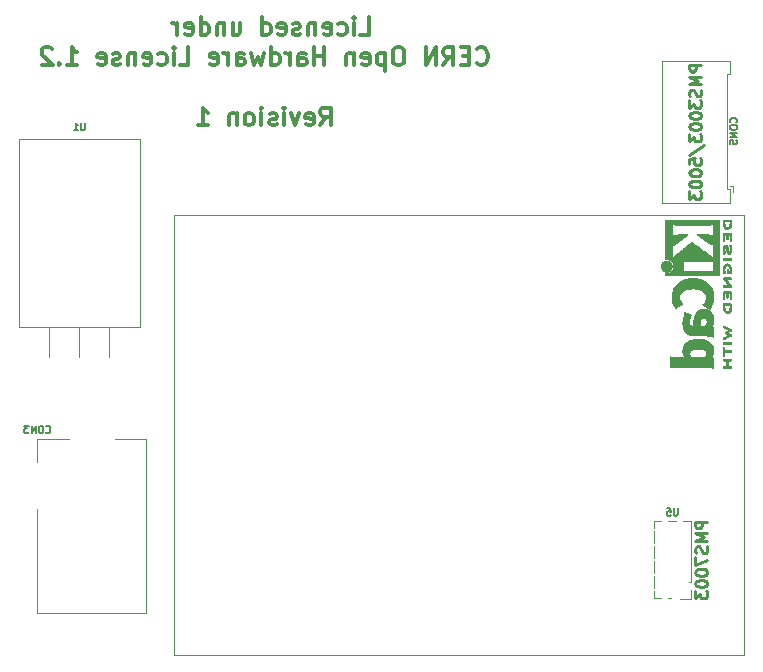
<source format=gbo>
G04 #@! TF.FileFunction,Legend,Bot*
%FSLAX46Y46*%
G04 Gerber Fmt 4.6, Leading zero omitted, Abs format (unit mm)*
G04 Created by KiCad (PCBNEW 4.0.7) date 03/11/18 20:39:24*
%MOMM*%
%LPD*%
G01*
G04 APERTURE LIST*
%ADD10C,0.100000*%
%ADD11C,0.250000*%
%ADD12C,0.300000*%
%ADD13C,0.120000*%
%ADD14C,0.010000*%
%ADD15C,0.150000*%
%ADD16R,1.500000X1.200000*%
%ADD17O,1.500000X1.200000*%
%ADD18R,3.700000X3.700000*%
%ADD19C,1.650000*%
%ADD20O,1.400000X2.100000*%
%ADD21R,1.400000X1.050000*%
%ADD22O,1.400000X1.050000*%
%ADD23R,1.900000X1.900000*%
%ADD24O,1.900000X1.900000*%
%ADD25C,1.200000*%
%ADD26C,1.900000*%
%ADD27O,3.700000X3.700000*%
%ADD28R,2.000000X2.000000*%
%ADD29O,2.000000X2.000000*%
G04 APERTURE END LIST*
D10*
D11*
X124452381Y-47107143D02*
X123452381Y-47107143D01*
X123452381Y-47488096D01*
X123500000Y-47583334D01*
X123547619Y-47630953D01*
X123642857Y-47678572D01*
X123785714Y-47678572D01*
X123880952Y-47630953D01*
X123928571Y-47583334D01*
X123976190Y-47488096D01*
X123976190Y-47107143D01*
X124452381Y-48107143D02*
X123452381Y-48107143D01*
X124166667Y-48440477D01*
X123452381Y-48773810D01*
X124452381Y-48773810D01*
X124404762Y-49202381D02*
X124452381Y-49345238D01*
X124452381Y-49583334D01*
X124404762Y-49678572D01*
X124357143Y-49726191D01*
X124261905Y-49773810D01*
X124166667Y-49773810D01*
X124071429Y-49726191D01*
X124023810Y-49678572D01*
X123976190Y-49583334D01*
X123928571Y-49392857D01*
X123880952Y-49297619D01*
X123833333Y-49250000D01*
X123738095Y-49202381D01*
X123642857Y-49202381D01*
X123547619Y-49250000D01*
X123500000Y-49297619D01*
X123452381Y-49392857D01*
X123452381Y-49630953D01*
X123500000Y-49773810D01*
X123452381Y-50107143D02*
X123452381Y-50726191D01*
X123833333Y-50392857D01*
X123833333Y-50535715D01*
X123880952Y-50630953D01*
X123928571Y-50678572D01*
X124023810Y-50726191D01*
X124261905Y-50726191D01*
X124357143Y-50678572D01*
X124404762Y-50630953D01*
X124452381Y-50535715D01*
X124452381Y-50250000D01*
X124404762Y-50154762D01*
X124357143Y-50107143D01*
X123452381Y-51345238D02*
X123452381Y-51440477D01*
X123500000Y-51535715D01*
X123547619Y-51583334D01*
X123642857Y-51630953D01*
X123833333Y-51678572D01*
X124071429Y-51678572D01*
X124261905Y-51630953D01*
X124357143Y-51583334D01*
X124404762Y-51535715D01*
X124452381Y-51440477D01*
X124452381Y-51345238D01*
X124404762Y-51250000D01*
X124357143Y-51202381D01*
X124261905Y-51154762D01*
X124071429Y-51107143D01*
X123833333Y-51107143D01*
X123642857Y-51154762D01*
X123547619Y-51202381D01*
X123500000Y-51250000D01*
X123452381Y-51345238D01*
X123452381Y-52297619D02*
X123452381Y-52392858D01*
X123500000Y-52488096D01*
X123547619Y-52535715D01*
X123642857Y-52583334D01*
X123833333Y-52630953D01*
X124071429Y-52630953D01*
X124261905Y-52583334D01*
X124357143Y-52535715D01*
X124404762Y-52488096D01*
X124452381Y-52392858D01*
X124452381Y-52297619D01*
X124404762Y-52202381D01*
X124357143Y-52154762D01*
X124261905Y-52107143D01*
X124071429Y-52059524D01*
X123833333Y-52059524D01*
X123642857Y-52107143D01*
X123547619Y-52154762D01*
X123500000Y-52202381D01*
X123452381Y-52297619D01*
X123452381Y-52964286D02*
X123452381Y-53583334D01*
X123833333Y-53250000D01*
X123833333Y-53392858D01*
X123880952Y-53488096D01*
X123928571Y-53535715D01*
X124023810Y-53583334D01*
X124261905Y-53583334D01*
X124357143Y-53535715D01*
X124404762Y-53488096D01*
X124452381Y-53392858D01*
X124452381Y-53107143D01*
X124404762Y-53011905D01*
X124357143Y-52964286D01*
X123404762Y-54726191D02*
X124690476Y-53869048D01*
X123452381Y-55535715D02*
X123452381Y-55059524D01*
X123928571Y-55011905D01*
X123880952Y-55059524D01*
X123833333Y-55154762D01*
X123833333Y-55392858D01*
X123880952Y-55488096D01*
X123928571Y-55535715D01*
X124023810Y-55583334D01*
X124261905Y-55583334D01*
X124357143Y-55535715D01*
X124404762Y-55488096D01*
X124452381Y-55392858D01*
X124452381Y-55154762D01*
X124404762Y-55059524D01*
X124357143Y-55011905D01*
X123452381Y-56202381D02*
X123452381Y-56297620D01*
X123500000Y-56392858D01*
X123547619Y-56440477D01*
X123642857Y-56488096D01*
X123833333Y-56535715D01*
X124071429Y-56535715D01*
X124261905Y-56488096D01*
X124357143Y-56440477D01*
X124404762Y-56392858D01*
X124452381Y-56297620D01*
X124452381Y-56202381D01*
X124404762Y-56107143D01*
X124357143Y-56059524D01*
X124261905Y-56011905D01*
X124071429Y-55964286D01*
X123833333Y-55964286D01*
X123642857Y-56011905D01*
X123547619Y-56059524D01*
X123500000Y-56107143D01*
X123452381Y-56202381D01*
X123452381Y-57154762D02*
X123452381Y-57250001D01*
X123500000Y-57345239D01*
X123547619Y-57392858D01*
X123642857Y-57440477D01*
X123833333Y-57488096D01*
X124071429Y-57488096D01*
X124261905Y-57440477D01*
X124357143Y-57392858D01*
X124404762Y-57345239D01*
X124452381Y-57250001D01*
X124452381Y-57154762D01*
X124404762Y-57059524D01*
X124357143Y-57011905D01*
X124261905Y-56964286D01*
X124071429Y-56916667D01*
X123833333Y-56916667D01*
X123642857Y-56964286D01*
X123547619Y-57011905D01*
X123500000Y-57059524D01*
X123452381Y-57154762D01*
X123452381Y-57821429D02*
X123452381Y-58440477D01*
X123833333Y-58107143D01*
X123833333Y-58250001D01*
X123880952Y-58345239D01*
X123928571Y-58392858D01*
X124023810Y-58440477D01*
X124261905Y-58440477D01*
X124357143Y-58392858D01*
X124404762Y-58345239D01*
X124452381Y-58250001D01*
X124452381Y-57964286D01*
X124404762Y-57869048D01*
X124357143Y-57821429D01*
X124952381Y-85785714D02*
X123952381Y-85785714D01*
X123952381Y-86166667D01*
X124000000Y-86261905D01*
X124047619Y-86309524D01*
X124142857Y-86357143D01*
X124285714Y-86357143D01*
X124380952Y-86309524D01*
X124428571Y-86261905D01*
X124476190Y-86166667D01*
X124476190Y-85785714D01*
X124952381Y-86785714D02*
X123952381Y-86785714D01*
X124666667Y-87119048D01*
X123952381Y-87452381D01*
X124952381Y-87452381D01*
X124904762Y-87880952D02*
X124952381Y-88023809D01*
X124952381Y-88261905D01*
X124904762Y-88357143D01*
X124857143Y-88404762D01*
X124761905Y-88452381D01*
X124666667Y-88452381D01*
X124571429Y-88404762D01*
X124523810Y-88357143D01*
X124476190Y-88261905D01*
X124428571Y-88071428D01*
X124380952Y-87976190D01*
X124333333Y-87928571D01*
X124238095Y-87880952D01*
X124142857Y-87880952D01*
X124047619Y-87928571D01*
X124000000Y-87976190D01*
X123952381Y-88071428D01*
X123952381Y-88309524D01*
X124000000Y-88452381D01*
X123952381Y-88785714D02*
X123952381Y-89452381D01*
X124952381Y-89023809D01*
X123952381Y-90023809D02*
X123952381Y-90119048D01*
X124000000Y-90214286D01*
X124047619Y-90261905D01*
X124142857Y-90309524D01*
X124333333Y-90357143D01*
X124571429Y-90357143D01*
X124761905Y-90309524D01*
X124857143Y-90261905D01*
X124904762Y-90214286D01*
X124952381Y-90119048D01*
X124952381Y-90023809D01*
X124904762Y-89928571D01*
X124857143Y-89880952D01*
X124761905Y-89833333D01*
X124571429Y-89785714D01*
X124333333Y-89785714D01*
X124142857Y-89833333D01*
X124047619Y-89880952D01*
X124000000Y-89928571D01*
X123952381Y-90023809D01*
X123952381Y-90976190D02*
X123952381Y-91071429D01*
X124000000Y-91166667D01*
X124047619Y-91214286D01*
X124142857Y-91261905D01*
X124333333Y-91309524D01*
X124571429Y-91309524D01*
X124761905Y-91261905D01*
X124857143Y-91214286D01*
X124904762Y-91166667D01*
X124952381Y-91071429D01*
X124952381Y-90976190D01*
X124904762Y-90880952D01*
X124857143Y-90833333D01*
X124761905Y-90785714D01*
X124571429Y-90738095D01*
X124333333Y-90738095D01*
X124142857Y-90785714D01*
X124047619Y-90833333D01*
X124000000Y-90880952D01*
X123952381Y-90976190D01*
X123952381Y-91642857D02*
X123952381Y-92261905D01*
X124333333Y-91928571D01*
X124333333Y-92071429D01*
X124380952Y-92166667D01*
X124428571Y-92214286D01*
X124523810Y-92261905D01*
X124761905Y-92261905D01*
X124857143Y-92214286D01*
X124904762Y-92166667D01*
X124952381Y-92071429D01*
X124952381Y-91785714D01*
X124904762Y-91690476D01*
X124857143Y-91642857D01*
D12*
X95571428Y-44578571D02*
X96285714Y-44578571D01*
X96285714Y-43078571D01*
X95071428Y-44578571D02*
X95071428Y-43578571D01*
X95071428Y-43078571D02*
X95142857Y-43150000D01*
X95071428Y-43221429D01*
X95000000Y-43150000D01*
X95071428Y-43078571D01*
X95071428Y-43221429D01*
X93714285Y-44507143D02*
X93857142Y-44578571D01*
X94142856Y-44578571D01*
X94285714Y-44507143D01*
X94357142Y-44435714D01*
X94428571Y-44292857D01*
X94428571Y-43864286D01*
X94357142Y-43721429D01*
X94285714Y-43650000D01*
X94142856Y-43578571D01*
X93857142Y-43578571D01*
X93714285Y-43650000D01*
X92500000Y-44507143D02*
X92642857Y-44578571D01*
X92928571Y-44578571D01*
X93071428Y-44507143D01*
X93142857Y-44364286D01*
X93142857Y-43792857D01*
X93071428Y-43650000D01*
X92928571Y-43578571D01*
X92642857Y-43578571D01*
X92500000Y-43650000D01*
X92428571Y-43792857D01*
X92428571Y-43935714D01*
X93142857Y-44078571D01*
X91785714Y-43578571D02*
X91785714Y-44578571D01*
X91785714Y-43721429D02*
X91714286Y-43650000D01*
X91571428Y-43578571D01*
X91357143Y-43578571D01*
X91214286Y-43650000D01*
X91142857Y-43792857D01*
X91142857Y-44578571D01*
X90500000Y-44507143D02*
X90357143Y-44578571D01*
X90071428Y-44578571D01*
X89928571Y-44507143D01*
X89857143Y-44364286D01*
X89857143Y-44292857D01*
X89928571Y-44150000D01*
X90071428Y-44078571D01*
X90285714Y-44078571D01*
X90428571Y-44007143D01*
X90500000Y-43864286D01*
X90500000Y-43792857D01*
X90428571Y-43650000D01*
X90285714Y-43578571D01*
X90071428Y-43578571D01*
X89928571Y-43650000D01*
X88642857Y-44507143D02*
X88785714Y-44578571D01*
X89071428Y-44578571D01*
X89214285Y-44507143D01*
X89285714Y-44364286D01*
X89285714Y-43792857D01*
X89214285Y-43650000D01*
X89071428Y-43578571D01*
X88785714Y-43578571D01*
X88642857Y-43650000D01*
X88571428Y-43792857D01*
X88571428Y-43935714D01*
X89285714Y-44078571D01*
X87285714Y-44578571D02*
X87285714Y-43078571D01*
X87285714Y-44507143D02*
X87428571Y-44578571D01*
X87714285Y-44578571D01*
X87857143Y-44507143D01*
X87928571Y-44435714D01*
X88000000Y-44292857D01*
X88000000Y-43864286D01*
X87928571Y-43721429D01*
X87857143Y-43650000D01*
X87714285Y-43578571D01*
X87428571Y-43578571D01*
X87285714Y-43650000D01*
X84785714Y-43578571D02*
X84785714Y-44578571D01*
X85428571Y-43578571D02*
X85428571Y-44364286D01*
X85357143Y-44507143D01*
X85214285Y-44578571D01*
X85000000Y-44578571D01*
X84857143Y-44507143D01*
X84785714Y-44435714D01*
X84071428Y-43578571D02*
X84071428Y-44578571D01*
X84071428Y-43721429D02*
X84000000Y-43650000D01*
X83857142Y-43578571D01*
X83642857Y-43578571D01*
X83500000Y-43650000D01*
X83428571Y-43792857D01*
X83428571Y-44578571D01*
X82071428Y-44578571D02*
X82071428Y-43078571D01*
X82071428Y-44507143D02*
X82214285Y-44578571D01*
X82499999Y-44578571D01*
X82642857Y-44507143D01*
X82714285Y-44435714D01*
X82785714Y-44292857D01*
X82785714Y-43864286D01*
X82714285Y-43721429D01*
X82642857Y-43650000D01*
X82499999Y-43578571D01*
X82214285Y-43578571D01*
X82071428Y-43650000D01*
X80785714Y-44507143D02*
X80928571Y-44578571D01*
X81214285Y-44578571D01*
X81357142Y-44507143D01*
X81428571Y-44364286D01*
X81428571Y-43792857D01*
X81357142Y-43650000D01*
X81214285Y-43578571D01*
X80928571Y-43578571D01*
X80785714Y-43650000D01*
X80714285Y-43792857D01*
X80714285Y-43935714D01*
X81428571Y-44078571D01*
X80071428Y-44578571D02*
X80071428Y-43578571D01*
X80071428Y-43864286D02*
X80000000Y-43721429D01*
X79928571Y-43650000D01*
X79785714Y-43578571D01*
X79642857Y-43578571D01*
X105464285Y-46985714D02*
X105535714Y-47057143D01*
X105750000Y-47128571D01*
X105892857Y-47128571D01*
X106107142Y-47057143D01*
X106250000Y-46914286D01*
X106321428Y-46771429D01*
X106392857Y-46485714D01*
X106392857Y-46271429D01*
X106321428Y-45985714D01*
X106250000Y-45842857D01*
X106107142Y-45700000D01*
X105892857Y-45628571D01*
X105750000Y-45628571D01*
X105535714Y-45700000D01*
X105464285Y-45771429D01*
X104821428Y-46342857D02*
X104321428Y-46342857D01*
X104107142Y-47128571D02*
X104821428Y-47128571D01*
X104821428Y-45628571D01*
X104107142Y-45628571D01*
X102607142Y-47128571D02*
X103107142Y-46414286D01*
X103464285Y-47128571D02*
X103464285Y-45628571D01*
X102892857Y-45628571D01*
X102749999Y-45700000D01*
X102678571Y-45771429D01*
X102607142Y-45914286D01*
X102607142Y-46128571D01*
X102678571Y-46271429D01*
X102749999Y-46342857D01*
X102892857Y-46414286D01*
X103464285Y-46414286D01*
X101964285Y-47128571D02*
X101964285Y-45628571D01*
X101107142Y-47128571D01*
X101107142Y-45628571D01*
X98964285Y-45628571D02*
X98678571Y-45628571D01*
X98535713Y-45700000D01*
X98392856Y-45842857D01*
X98321428Y-46128571D01*
X98321428Y-46628571D01*
X98392856Y-46914286D01*
X98535713Y-47057143D01*
X98678571Y-47128571D01*
X98964285Y-47128571D01*
X99107142Y-47057143D01*
X99249999Y-46914286D01*
X99321428Y-46628571D01*
X99321428Y-46128571D01*
X99249999Y-45842857D01*
X99107142Y-45700000D01*
X98964285Y-45628571D01*
X97678570Y-46128571D02*
X97678570Y-47628571D01*
X97678570Y-46200000D02*
X97535713Y-46128571D01*
X97249999Y-46128571D01*
X97107142Y-46200000D01*
X97035713Y-46271429D01*
X96964284Y-46414286D01*
X96964284Y-46842857D01*
X97035713Y-46985714D01*
X97107142Y-47057143D01*
X97249999Y-47128571D01*
X97535713Y-47128571D01*
X97678570Y-47057143D01*
X95749999Y-47057143D02*
X95892856Y-47128571D01*
X96178570Y-47128571D01*
X96321427Y-47057143D01*
X96392856Y-46914286D01*
X96392856Y-46342857D01*
X96321427Y-46200000D01*
X96178570Y-46128571D01*
X95892856Y-46128571D01*
X95749999Y-46200000D01*
X95678570Y-46342857D01*
X95678570Y-46485714D01*
X96392856Y-46628571D01*
X95035713Y-46128571D02*
X95035713Y-47128571D01*
X95035713Y-46271429D02*
X94964285Y-46200000D01*
X94821427Y-46128571D01*
X94607142Y-46128571D01*
X94464285Y-46200000D01*
X94392856Y-46342857D01*
X94392856Y-47128571D01*
X92535713Y-47128571D02*
X92535713Y-45628571D01*
X92535713Y-46342857D02*
X91678570Y-46342857D01*
X91678570Y-47128571D02*
X91678570Y-45628571D01*
X90321427Y-47128571D02*
X90321427Y-46342857D01*
X90392856Y-46200000D01*
X90535713Y-46128571D01*
X90821427Y-46128571D01*
X90964284Y-46200000D01*
X90321427Y-47057143D02*
X90464284Y-47128571D01*
X90821427Y-47128571D01*
X90964284Y-47057143D01*
X91035713Y-46914286D01*
X91035713Y-46771429D01*
X90964284Y-46628571D01*
X90821427Y-46557143D01*
X90464284Y-46557143D01*
X90321427Y-46485714D01*
X89607141Y-47128571D02*
X89607141Y-46128571D01*
X89607141Y-46414286D02*
X89535713Y-46271429D01*
X89464284Y-46200000D01*
X89321427Y-46128571D01*
X89178570Y-46128571D01*
X88035713Y-47128571D02*
X88035713Y-45628571D01*
X88035713Y-47057143D02*
X88178570Y-47128571D01*
X88464284Y-47128571D01*
X88607142Y-47057143D01*
X88678570Y-46985714D01*
X88749999Y-46842857D01*
X88749999Y-46414286D01*
X88678570Y-46271429D01*
X88607142Y-46200000D01*
X88464284Y-46128571D01*
X88178570Y-46128571D01*
X88035713Y-46200000D01*
X87464284Y-46128571D02*
X87178570Y-47128571D01*
X86892856Y-46414286D01*
X86607141Y-47128571D01*
X86321427Y-46128571D01*
X85107141Y-47128571D02*
X85107141Y-46342857D01*
X85178570Y-46200000D01*
X85321427Y-46128571D01*
X85607141Y-46128571D01*
X85749998Y-46200000D01*
X85107141Y-47057143D02*
X85249998Y-47128571D01*
X85607141Y-47128571D01*
X85749998Y-47057143D01*
X85821427Y-46914286D01*
X85821427Y-46771429D01*
X85749998Y-46628571D01*
X85607141Y-46557143D01*
X85249998Y-46557143D01*
X85107141Y-46485714D01*
X84392855Y-47128571D02*
X84392855Y-46128571D01*
X84392855Y-46414286D02*
X84321427Y-46271429D01*
X84249998Y-46200000D01*
X84107141Y-46128571D01*
X83964284Y-46128571D01*
X82892856Y-47057143D02*
X83035713Y-47128571D01*
X83321427Y-47128571D01*
X83464284Y-47057143D01*
X83535713Y-46914286D01*
X83535713Y-46342857D01*
X83464284Y-46200000D01*
X83321427Y-46128571D01*
X83035713Y-46128571D01*
X82892856Y-46200000D01*
X82821427Y-46342857D01*
X82821427Y-46485714D01*
X83535713Y-46628571D01*
X80321427Y-47128571D02*
X81035713Y-47128571D01*
X81035713Y-45628571D01*
X79821427Y-47128571D02*
X79821427Y-46128571D01*
X79821427Y-45628571D02*
X79892856Y-45700000D01*
X79821427Y-45771429D01*
X79749999Y-45700000D01*
X79821427Y-45628571D01*
X79821427Y-45771429D01*
X78464284Y-47057143D02*
X78607141Y-47128571D01*
X78892855Y-47128571D01*
X79035713Y-47057143D01*
X79107141Y-46985714D01*
X79178570Y-46842857D01*
X79178570Y-46414286D01*
X79107141Y-46271429D01*
X79035713Y-46200000D01*
X78892855Y-46128571D01*
X78607141Y-46128571D01*
X78464284Y-46200000D01*
X77249999Y-47057143D02*
X77392856Y-47128571D01*
X77678570Y-47128571D01*
X77821427Y-47057143D01*
X77892856Y-46914286D01*
X77892856Y-46342857D01*
X77821427Y-46200000D01*
X77678570Y-46128571D01*
X77392856Y-46128571D01*
X77249999Y-46200000D01*
X77178570Y-46342857D01*
X77178570Y-46485714D01*
X77892856Y-46628571D01*
X76535713Y-46128571D02*
X76535713Y-47128571D01*
X76535713Y-46271429D02*
X76464285Y-46200000D01*
X76321427Y-46128571D01*
X76107142Y-46128571D01*
X75964285Y-46200000D01*
X75892856Y-46342857D01*
X75892856Y-47128571D01*
X75249999Y-47057143D02*
X75107142Y-47128571D01*
X74821427Y-47128571D01*
X74678570Y-47057143D01*
X74607142Y-46914286D01*
X74607142Y-46842857D01*
X74678570Y-46700000D01*
X74821427Y-46628571D01*
X75035713Y-46628571D01*
X75178570Y-46557143D01*
X75249999Y-46414286D01*
X75249999Y-46342857D01*
X75178570Y-46200000D01*
X75035713Y-46128571D01*
X74821427Y-46128571D01*
X74678570Y-46200000D01*
X73392856Y-47057143D02*
X73535713Y-47128571D01*
X73821427Y-47128571D01*
X73964284Y-47057143D01*
X74035713Y-46914286D01*
X74035713Y-46342857D01*
X73964284Y-46200000D01*
X73821427Y-46128571D01*
X73535713Y-46128571D01*
X73392856Y-46200000D01*
X73321427Y-46342857D01*
X73321427Y-46485714D01*
X74035713Y-46628571D01*
X70749999Y-47128571D02*
X71607142Y-47128571D01*
X71178570Y-47128571D02*
X71178570Y-45628571D01*
X71321427Y-45842857D01*
X71464285Y-45985714D01*
X71607142Y-46057143D01*
X70107142Y-46985714D02*
X70035714Y-47057143D01*
X70107142Y-47128571D01*
X70178571Y-47057143D01*
X70107142Y-46985714D01*
X70107142Y-47128571D01*
X69464285Y-45771429D02*
X69392856Y-45700000D01*
X69249999Y-45628571D01*
X68892856Y-45628571D01*
X68749999Y-45700000D01*
X68678570Y-45771429D01*
X68607142Y-45914286D01*
X68607142Y-46057143D01*
X68678570Y-46271429D01*
X69535713Y-47128571D01*
X68607142Y-47128571D01*
X92214285Y-52228571D02*
X92714285Y-51514286D01*
X93071428Y-52228571D02*
X93071428Y-50728571D01*
X92500000Y-50728571D01*
X92357142Y-50800000D01*
X92285714Y-50871429D01*
X92214285Y-51014286D01*
X92214285Y-51228571D01*
X92285714Y-51371429D01*
X92357142Y-51442857D01*
X92500000Y-51514286D01*
X93071428Y-51514286D01*
X91000000Y-52157143D02*
X91142857Y-52228571D01*
X91428571Y-52228571D01*
X91571428Y-52157143D01*
X91642857Y-52014286D01*
X91642857Y-51442857D01*
X91571428Y-51300000D01*
X91428571Y-51228571D01*
X91142857Y-51228571D01*
X91000000Y-51300000D01*
X90928571Y-51442857D01*
X90928571Y-51585714D01*
X91642857Y-51728571D01*
X90428571Y-51228571D02*
X90071428Y-52228571D01*
X89714286Y-51228571D01*
X89142857Y-52228571D02*
X89142857Y-51228571D01*
X89142857Y-50728571D02*
X89214286Y-50800000D01*
X89142857Y-50871429D01*
X89071429Y-50800000D01*
X89142857Y-50728571D01*
X89142857Y-50871429D01*
X88500000Y-52157143D02*
X88357143Y-52228571D01*
X88071428Y-52228571D01*
X87928571Y-52157143D01*
X87857143Y-52014286D01*
X87857143Y-51942857D01*
X87928571Y-51800000D01*
X88071428Y-51728571D01*
X88285714Y-51728571D01*
X88428571Y-51657143D01*
X88500000Y-51514286D01*
X88500000Y-51442857D01*
X88428571Y-51300000D01*
X88285714Y-51228571D01*
X88071428Y-51228571D01*
X87928571Y-51300000D01*
X87214285Y-52228571D02*
X87214285Y-51228571D01*
X87214285Y-50728571D02*
X87285714Y-50800000D01*
X87214285Y-50871429D01*
X87142857Y-50800000D01*
X87214285Y-50728571D01*
X87214285Y-50871429D01*
X86285713Y-52228571D02*
X86428571Y-52157143D01*
X86499999Y-52085714D01*
X86571428Y-51942857D01*
X86571428Y-51514286D01*
X86499999Y-51371429D01*
X86428571Y-51300000D01*
X86285713Y-51228571D01*
X86071428Y-51228571D01*
X85928571Y-51300000D01*
X85857142Y-51371429D01*
X85785713Y-51514286D01*
X85785713Y-51942857D01*
X85857142Y-52085714D01*
X85928571Y-52157143D01*
X86071428Y-52228571D01*
X86285713Y-52228571D01*
X85142856Y-51228571D02*
X85142856Y-52228571D01*
X85142856Y-51371429D02*
X85071428Y-51300000D01*
X84928570Y-51228571D01*
X84714285Y-51228571D01*
X84571428Y-51300000D01*
X84499999Y-51442857D01*
X84499999Y-52228571D01*
X81857142Y-52228571D02*
X82714285Y-52228571D01*
X82285713Y-52228571D02*
X82285713Y-50728571D01*
X82428570Y-50942857D01*
X82571428Y-51085714D01*
X82714285Y-51157143D01*
D13*
X128100000Y-97100000D02*
X79800000Y-97100000D01*
X79800000Y-97100000D02*
X79800000Y-59800000D01*
X79800000Y-59800000D02*
X128100000Y-59800000D01*
X128100000Y-59800000D02*
X128100000Y-97100000D01*
X120415000Y-92235000D02*
X121057470Y-92235000D01*
X121672530Y-92235000D02*
X121875000Y-92235000D01*
X120415000Y-92235000D02*
X120415000Y-85765000D01*
X122942530Y-85765000D02*
X123585000Y-85765000D01*
X120415000Y-85765000D02*
X121057470Y-85765000D01*
X121672530Y-85765000D02*
X122327470Y-85765000D01*
X123585000Y-90905000D02*
X123585000Y-85765000D01*
X123395000Y-90905000D02*
X123585000Y-90905000D01*
X123585000Y-92300000D02*
X123585000Y-91540000D01*
X122635000Y-92300000D02*
X123585000Y-92300000D01*
X68250000Y-84700000D02*
X68250000Y-93500000D01*
X68250000Y-93500000D02*
X77450000Y-93500000D01*
X70950000Y-78800000D02*
X68250000Y-78800000D01*
X68250000Y-78800000D02*
X68250000Y-80700000D01*
X77450000Y-93500000D02*
X77450000Y-78800000D01*
X77450000Y-78800000D02*
X74850000Y-78800000D01*
X126850000Y-57400000D02*
X127150000Y-57400000D01*
X127150000Y-57400000D02*
X127150000Y-57900000D01*
X126600000Y-52775000D02*
X126600000Y-57650000D01*
X126600000Y-57650000D02*
X126900000Y-57650000D01*
X126900000Y-57650000D02*
X126900000Y-58800000D01*
X126900000Y-58800000D02*
X121100000Y-58800000D01*
X121100000Y-58800000D02*
X121100000Y-52775000D01*
X126600000Y-52775000D02*
X126600000Y-47900000D01*
X126600000Y-47900000D02*
X126900000Y-47900000D01*
X126900000Y-47900000D02*
X126900000Y-46750000D01*
X126900000Y-46750000D02*
X121100000Y-46750000D01*
X121100000Y-46750000D02*
X121100000Y-52775000D01*
X76920000Y-69270000D02*
X66680000Y-69270000D01*
X76920000Y-53380000D02*
X66680000Y-53380000D01*
X76920000Y-53380000D02*
X76920000Y-69270000D01*
X66680000Y-53380000D02*
X66680000Y-69270000D01*
X74340000Y-69270000D02*
X74340000Y-71910000D01*
X71800000Y-69270000D02*
X71800000Y-71894000D01*
X69260000Y-69270000D02*
X69260000Y-71894000D01*
D14*
G36*
X126269066Y-60378629D02*
X126269467Y-60418111D01*
X126272259Y-60533800D01*
X126280550Y-60630689D01*
X126295232Y-60712081D01*
X126317193Y-60781277D01*
X126347322Y-60841580D01*
X126386510Y-60896292D01*
X126403532Y-60915833D01*
X126443363Y-60948250D01*
X126497413Y-60977480D01*
X126557323Y-61000009D01*
X126614739Y-61012321D01*
X126635956Y-61013600D01*
X126694769Y-61005583D01*
X126759013Y-60984101D01*
X126819821Y-60953001D01*
X126868330Y-60916134D01*
X126874182Y-60910146D01*
X126915321Y-60859421D01*
X126947435Y-60803875D01*
X126971365Y-60740304D01*
X126987953Y-60665506D01*
X126998041Y-60576278D01*
X127002469Y-60469418D01*
X127002845Y-60420472D01*
X127002545Y-60358238D01*
X127001292Y-60314472D01*
X126998554Y-60285069D01*
X126993801Y-60265921D01*
X126986501Y-60252923D01*
X126980267Y-60245955D01*
X126972694Y-60239374D01*
X126962924Y-60234212D01*
X126948340Y-60230297D01*
X126926326Y-60227457D01*
X126894264Y-60225520D01*
X126849536Y-60224316D01*
X126789526Y-60223672D01*
X126711617Y-60223417D01*
X126635956Y-60223378D01*
X126535041Y-60223130D01*
X126454427Y-60223183D01*
X126415822Y-60224143D01*
X126415822Y-60370133D01*
X126856089Y-60370133D01*
X126856004Y-60463266D01*
X126854396Y-60519307D01*
X126850256Y-60578001D01*
X126844464Y-60626972D01*
X126844226Y-60628462D01*
X126825090Y-60707608D01*
X126795287Y-60768998D01*
X126752878Y-60815695D01*
X126706961Y-60845365D01*
X126656026Y-60863647D01*
X126608200Y-60862229D01*
X126556933Y-60841012D01*
X126503899Y-60799511D01*
X126464600Y-60742002D01*
X126438331Y-60667250D01*
X126429035Y-60617292D01*
X126422507Y-60560584D01*
X126417782Y-60500481D01*
X126415817Y-60449361D01*
X126415808Y-60446333D01*
X126415822Y-60370133D01*
X126415822Y-60224143D01*
X126391851Y-60224740D01*
X126345055Y-60229002D01*
X126311778Y-60237170D01*
X126289759Y-60250444D01*
X126276739Y-60270026D01*
X126270457Y-60297117D01*
X126268653Y-60332918D01*
X126269066Y-60378629D01*
X126269066Y-60378629D01*
G37*
X126269066Y-60378629D02*
X126269467Y-60418111D01*
X126272259Y-60533800D01*
X126280550Y-60630689D01*
X126295232Y-60712081D01*
X126317193Y-60781277D01*
X126347322Y-60841580D01*
X126386510Y-60896292D01*
X126403532Y-60915833D01*
X126443363Y-60948250D01*
X126497413Y-60977480D01*
X126557323Y-61000009D01*
X126614739Y-61012321D01*
X126635956Y-61013600D01*
X126694769Y-61005583D01*
X126759013Y-60984101D01*
X126819821Y-60953001D01*
X126868330Y-60916134D01*
X126874182Y-60910146D01*
X126915321Y-60859421D01*
X126947435Y-60803875D01*
X126971365Y-60740304D01*
X126987953Y-60665506D01*
X126998041Y-60576278D01*
X127002469Y-60469418D01*
X127002845Y-60420472D01*
X127002545Y-60358238D01*
X127001292Y-60314472D01*
X126998554Y-60285069D01*
X126993801Y-60265921D01*
X126986501Y-60252923D01*
X126980267Y-60245955D01*
X126972694Y-60239374D01*
X126962924Y-60234212D01*
X126948340Y-60230297D01*
X126926326Y-60227457D01*
X126894264Y-60225520D01*
X126849536Y-60224316D01*
X126789526Y-60223672D01*
X126711617Y-60223417D01*
X126635956Y-60223378D01*
X126535041Y-60223130D01*
X126454427Y-60223183D01*
X126415822Y-60224143D01*
X126415822Y-60370133D01*
X126856089Y-60370133D01*
X126856004Y-60463266D01*
X126854396Y-60519307D01*
X126850256Y-60578001D01*
X126844464Y-60626972D01*
X126844226Y-60628462D01*
X126825090Y-60707608D01*
X126795287Y-60768998D01*
X126752878Y-60815695D01*
X126706961Y-60845365D01*
X126656026Y-60863647D01*
X126608200Y-60862229D01*
X126556933Y-60841012D01*
X126503899Y-60799511D01*
X126464600Y-60742002D01*
X126438331Y-60667250D01*
X126429035Y-60617292D01*
X126422507Y-60560584D01*
X126417782Y-60500481D01*
X126415817Y-60449361D01*
X126415808Y-60446333D01*
X126415822Y-60370133D01*
X126415822Y-60224143D01*
X126391851Y-60224740D01*
X126345055Y-60229002D01*
X126311778Y-60237170D01*
X126289759Y-60250444D01*
X126276739Y-60270026D01*
X126270457Y-60297117D01*
X126268653Y-60332918D01*
X126269066Y-60378629D01*
G36*
X126269146Y-61787206D02*
X126269518Y-61856614D01*
X126270385Y-61909003D01*
X126271946Y-61947153D01*
X126274403Y-61973841D01*
X126277957Y-61991847D01*
X126282810Y-62003951D01*
X126289161Y-62012931D01*
X126292084Y-62016182D01*
X126323142Y-62035957D01*
X126358828Y-62039518D01*
X126390510Y-62026509D01*
X126396913Y-62020494D01*
X126403121Y-62010765D01*
X126407910Y-61995099D01*
X126411514Y-61970592D01*
X126414164Y-61934339D01*
X126416095Y-61883435D01*
X126417539Y-61814974D01*
X126418418Y-61752383D01*
X126421467Y-61504666D01*
X126486378Y-61501281D01*
X126551289Y-61497895D01*
X126551289Y-61666042D01*
X126551919Y-61739041D01*
X126554553Y-61792483D01*
X126560309Y-61829372D01*
X126570304Y-61852712D01*
X126585656Y-61865506D01*
X126607482Y-61870758D01*
X126627738Y-61871555D01*
X126652592Y-61869077D01*
X126670906Y-61859723D01*
X126683637Y-61840617D01*
X126691741Y-61808882D01*
X126696176Y-61761641D01*
X126697899Y-61696017D01*
X126698045Y-61660199D01*
X126698045Y-61499022D01*
X126856089Y-61499022D01*
X126856089Y-61747378D01*
X126856202Y-61828787D01*
X126856712Y-61890658D01*
X126857870Y-61936032D01*
X126859930Y-61967946D01*
X126863146Y-61989441D01*
X126867772Y-62003557D01*
X126874059Y-62013332D01*
X126878667Y-62018311D01*
X126905560Y-62035390D01*
X126929467Y-62040889D01*
X126958667Y-62033037D01*
X126980267Y-62018311D01*
X126987066Y-62010454D01*
X126992346Y-62000312D01*
X126996298Y-61985156D01*
X126999113Y-61962259D01*
X127000982Y-61928891D01*
X127002098Y-61882325D01*
X127002651Y-61819833D01*
X127002833Y-61738686D01*
X127002845Y-61696578D01*
X127002765Y-61606402D01*
X127002398Y-61536076D01*
X127001552Y-61482871D01*
X127000036Y-61444060D01*
X126997659Y-61416913D01*
X126994229Y-61398702D01*
X126989554Y-61386700D01*
X126983444Y-61378178D01*
X126980267Y-61374844D01*
X126972670Y-61368245D01*
X126962870Y-61363073D01*
X126948239Y-61359154D01*
X126926152Y-61356316D01*
X126893982Y-61354385D01*
X126849103Y-61353188D01*
X126788889Y-61352552D01*
X126710713Y-61352303D01*
X126637923Y-61352266D01*
X126544707Y-61352300D01*
X126471431Y-61352535D01*
X126415458Y-61353170D01*
X126374151Y-61354406D01*
X126344872Y-61356444D01*
X126324984Y-61359483D01*
X126311850Y-61363723D01*
X126302832Y-61369365D01*
X126295293Y-61376609D01*
X126293612Y-61378394D01*
X126286172Y-61387055D01*
X126280409Y-61397118D01*
X126276112Y-61411375D01*
X126273064Y-61432617D01*
X126271051Y-61463636D01*
X126269860Y-61507223D01*
X126269275Y-61566169D01*
X126269083Y-61643266D01*
X126269067Y-61697999D01*
X126269146Y-61787206D01*
X126269146Y-61787206D01*
G37*
X126269146Y-61787206D02*
X126269518Y-61856614D01*
X126270385Y-61909003D01*
X126271946Y-61947153D01*
X126274403Y-61973841D01*
X126277957Y-61991847D01*
X126282810Y-62003951D01*
X126289161Y-62012931D01*
X126292084Y-62016182D01*
X126323142Y-62035957D01*
X126358828Y-62039518D01*
X126390510Y-62026509D01*
X126396913Y-62020494D01*
X126403121Y-62010765D01*
X126407910Y-61995099D01*
X126411514Y-61970592D01*
X126414164Y-61934339D01*
X126416095Y-61883435D01*
X126417539Y-61814974D01*
X126418418Y-61752383D01*
X126421467Y-61504666D01*
X126486378Y-61501281D01*
X126551289Y-61497895D01*
X126551289Y-61666042D01*
X126551919Y-61739041D01*
X126554553Y-61792483D01*
X126560309Y-61829372D01*
X126570304Y-61852712D01*
X126585656Y-61865506D01*
X126607482Y-61870758D01*
X126627738Y-61871555D01*
X126652592Y-61869077D01*
X126670906Y-61859723D01*
X126683637Y-61840617D01*
X126691741Y-61808882D01*
X126696176Y-61761641D01*
X126697899Y-61696017D01*
X126698045Y-61660199D01*
X126698045Y-61499022D01*
X126856089Y-61499022D01*
X126856089Y-61747378D01*
X126856202Y-61828787D01*
X126856712Y-61890658D01*
X126857870Y-61936032D01*
X126859930Y-61967946D01*
X126863146Y-61989441D01*
X126867772Y-62003557D01*
X126874059Y-62013332D01*
X126878667Y-62018311D01*
X126905560Y-62035390D01*
X126929467Y-62040889D01*
X126958667Y-62033037D01*
X126980267Y-62018311D01*
X126987066Y-62010454D01*
X126992346Y-62000312D01*
X126996298Y-61985156D01*
X126999113Y-61962259D01*
X127000982Y-61928891D01*
X127002098Y-61882325D01*
X127002651Y-61819833D01*
X127002833Y-61738686D01*
X127002845Y-61696578D01*
X127002765Y-61606402D01*
X127002398Y-61536076D01*
X127001552Y-61482871D01*
X127000036Y-61444060D01*
X126997659Y-61416913D01*
X126994229Y-61398702D01*
X126989554Y-61386700D01*
X126983444Y-61378178D01*
X126980267Y-61374844D01*
X126972670Y-61368245D01*
X126962870Y-61363073D01*
X126948239Y-61359154D01*
X126926152Y-61356316D01*
X126893982Y-61354385D01*
X126849103Y-61353188D01*
X126788889Y-61352552D01*
X126710713Y-61352303D01*
X126637923Y-61352266D01*
X126544707Y-61352300D01*
X126471431Y-61352535D01*
X126415458Y-61353170D01*
X126374151Y-61354406D01*
X126344872Y-61356444D01*
X126324984Y-61359483D01*
X126311850Y-61363723D01*
X126302832Y-61369365D01*
X126295293Y-61376609D01*
X126293612Y-61378394D01*
X126286172Y-61387055D01*
X126280409Y-61397118D01*
X126276112Y-61411375D01*
X126273064Y-61432617D01*
X126271051Y-61463636D01*
X126269860Y-61507223D01*
X126269275Y-61566169D01*
X126269083Y-61643266D01*
X126269067Y-61697999D01*
X126269146Y-61787206D01*
G36*
X126270351Y-62808297D02*
X126275581Y-62883112D01*
X126283750Y-62952694D01*
X126294550Y-63012998D01*
X126307673Y-63059980D01*
X126322813Y-63089594D01*
X126327269Y-63094140D01*
X126361850Y-63109946D01*
X126397351Y-63105153D01*
X126427725Y-63080636D01*
X126428596Y-63079466D01*
X126437954Y-63065046D01*
X126442876Y-63049992D01*
X126443473Y-63028995D01*
X126439861Y-62996743D01*
X126432154Y-62947927D01*
X126431505Y-62944000D01*
X126422569Y-62871261D01*
X126418161Y-62792783D01*
X126418119Y-62714073D01*
X126422279Y-62640639D01*
X126430479Y-62577989D01*
X126442557Y-62531630D01*
X126443771Y-62528584D01*
X126462615Y-62494952D01*
X126481685Y-62483136D01*
X126500439Y-62492386D01*
X126518337Y-62521953D01*
X126534837Y-62571089D01*
X126549396Y-62639043D01*
X126556406Y-62684355D01*
X126569889Y-62778544D01*
X126582214Y-62853456D01*
X126594449Y-62912283D01*
X126607661Y-62958215D01*
X126622917Y-62994445D01*
X126641285Y-63024162D01*
X126663831Y-63050558D01*
X126685971Y-63071770D01*
X126716819Y-63096935D01*
X126743345Y-63109319D01*
X126776026Y-63113192D01*
X126787995Y-63113333D01*
X126827712Y-63110424D01*
X126857259Y-63098798D01*
X126883486Y-63078677D01*
X126923576Y-63037784D01*
X126954149Y-62992183D01*
X126976203Y-62938487D01*
X126990735Y-62873308D01*
X126998741Y-62793256D01*
X127001218Y-62694943D01*
X127001177Y-62678711D01*
X126999818Y-62613151D01*
X126996730Y-62548134D01*
X126992356Y-62490748D01*
X126987140Y-62448078D01*
X126986541Y-62444628D01*
X126976491Y-62402204D01*
X126963796Y-62366220D01*
X126952190Y-62345850D01*
X126921572Y-62326893D01*
X126885918Y-62325573D01*
X126854144Y-62341915D01*
X126850551Y-62345571D01*
X126839876Y-62360685D01*
X126835276Y-62379585D01*
X126836059Y-62408838D01*
X126840127Y-62444349D01*
X126843762Y-62484030D01*
X126846828Y-62539655D01*
X126849053Y-62604594D01*
X126850164Y-62672215D01*
X126850237Y-62690000D01*
X126849964Y-62757872D01*
X126848646Y-62807546D01*
X126845827Y-62843390D01*
X126841050Y-62869776D01*
X126833857Y-62891074D01*
X126827867Y-62903874D01*
X126811233Y-62932000D01*
X126796168Y-62949932D01*
X126791897Y-62952553D01*
X126774263Y-62947024D01*
X126757192Y-62920740D01*
X126741458Y-62875522D01*
X126727838Y-62813192D01*
X126724804Y-62794829D01*
X126709738Y-62698910D01*
X126697146Y-62622359D01*
X126686111Y-62562220D01*
X126675720Y-62515540D01*
X126665056Y-62479363D01*
X126653205Y-62450735D01*
X126639251Y-62426702D01*
X126622281Y-62404308D01*
X126601378Y-62380598D01*
X126594049Y-62372620D01*
X126566699Y-62344647D01*
X126545029Y-62329840D01*
X126520232Y-62324048D01*
X126488983Y-62323111D01*
X126427705Y-62333425D01*
X126375640Y-62364248D01*
X126332958Y-62415405D01*
X126299825Y-62486717D01*
X126284964Y-62537600D01*
X126275366Y-62592900D01*
X126269936Y-62659147D01*
X126268367Y-62732294D01*
X126270351Y-62808297D01*
X126270351Y-62808297D01*
G37*
X126270351Y-62808297D02*
X126275581Y-62883112D01*
X126283750Y-62952694D01*
X126294550Y-63012998D01*
X126307673Y-63059980D01*
X126322813Y-63089594D01*
X126327269Y-63094140D01*
X126361850Y-63109946D01*
X126397351Y-63105153D01*
X126427725Y-63080636D01*
X126428596Y-63079466D01*
X126437954Y-63065046D01*
X126442876Y-63049992D01*
X126443473Y-63028995D01*
X126439861Y-62996743D01*
X126432154Y-62947927D01*
X126431505Y-62944000D01*
X126422569Y-62871261D01*
X126418161Y-62792783D01*
X126418119Y-62714073D01*
X126422279Y-62640639D01*
X126430479Y-62577989D01*
X126442557Y-62531630D01*
X126443771Y-62528584D01*
X126462615Y-62494952D01*
X126481685Y-62483136D01*
X126500439Y-62492386D01*
X126518337Y-62521953D01*
X126534837Y-62571089D01*
X126549396Y-62639043D01*
X126556406Y-62684355D01*
X126569889Y-62778544D01*
X126582214Y-62853456D01*
X126594449Y-62912283D01*
X126607661Y-62958215D01*
X126622917Y-62994445D01*
X126641285Y-63024162D01*
X126663831Y-63050558D01*
X126685971Y-63071770D01*
X126716819Y-63096935D01*
X126743345Y-63109319D01*
X126776026Y-63113192D01*
X126787995Y-63113333D01*
X126827712Y-63110424D01*
X126857259Y-63098798D01*
X126883486Y-63078677D01*
X126923576Y-63037784D01*
X126954149Y-62992183D01*
X126976203Y-62938487D01*
X126990735Y-62873308D01*
X126998741Y-62793256D01*
X127001218Y-62694943D01*
X127001177Y-62678711D01*
X126999818Y-62613151D01*
X126996730Y-62548134D01*
X126992356Y-62490748D01*
X126987140Y-62448078D01*
X126986541Y-62444628D01*
X126976491Y-62402204D01*
X126963796Y-62366220D01*
X126952190Y-62345850D01*
X126921572Y-62326893D01*
X126885918Y-62325573D01*
X126854144Y-62341915D01*
X126850551Y-62345571D01*
X126839876Y-62360685D01*
X126835276Y-62379585D01*
X126836059Y-62408838D01*
X126840127Y-62444349D01*
X126843762Y-62484030D01*
X126846828Y-62539655D01*
X126849053Y-62604594D01*
X126850164Y-62672215D01*
X126850237Y-62690000D01*
X126849964Y-62757872D01*
X126848646Y-62807546D01*
X126845827Y-62843390D01*
X126841050Y-62869776D01*
X126833857Y-62891074D01*
X126827867Y-62903874D01*
X126811233Y-62932000D01*
X126796168Y-62949932D01*
X126791897Y-62952553D01*
X126774263Y-62947024D01*
X126757192Y-62920740D01*
X126741458Y-62875522D01*
X126727838Y-62813192D01*
X126724804Y-62794829D01*
X126709738Y-62698910D01*
X126697146Y-62622359D01*
X126686111Y-62562220D01*
X126675720Y-62515540D01*
X126665056Y-62479363D01*
X126653205Y-62450735D01*
X126639251Y-62426702D01*
X126622281Y-62404308D01*
X126601378Y-62380598D01*
X126594049Y-62372620D01*
X126566699Y-62344647D01*
X126545029Y-62329840D01*
X126520232Y-62324048D01*
X126488983Y-62323111D01*
X126427705Y-62333425D01*
X126375640Y-62364248D01*
X126332958Y-62415405D01*
X126299825Y-62486717D01*
X126284964Y-62537600D01*
X126275366Y-62592900D01*
X126269936Y-62659147D01*
X126268367Y-62732294D01*
X126270351Y-62808297D01*
G36*
X126291645Y-63576178D02*
X126299218Y-63582758D01*
X126308987Y-63587921D01*
X126323571Y-63591836D01*
X126345585Y-63594676D01*
X126377648Y-63596613D01*
X126422375Y-63597817D01*
X126482385Y-63598461D01*
X126560294Y-63598716D01*
X126635956Y-63598755D01*
X126729802Y-63598686D01*
X126803689Y-63598362D01*
X126860232Y-63597614D01*
X126902049Y-63596268D01*
X126931757Y-63594154D01*
X126951973Y-63591100D01*
X126965314Y-63586934D01*
X126974398Y-63581484D01*
X126980267Y-63576178D01*
X126999947Y-63543174D01*
X126998181Y-63508009D01*
X126976717Y-63476545D01*
X126968337Y-63469316D01*
X126958614Y-63463666D01*
X126944861Y-63459401D01*
X126924389Y-63456327D01*
X126894512Y-63454248D01*
X126852541Y-63452970D01*
X126795789Y-63452299D01*
X126721567Y-63452041D01*
X126637537Y-63452000D01*
X126324485Y-63452000D01*
X126296776Y-63479709D01*
X126273463Y-63513863D01*
X126272623Y-63546994D01*
X126291645Y-63576178D01*
X126291645Y-63576178D01*
G37*
X126291645Y-63576178D02*
X126299218Y-63582758D01*
X126308987Y-63587921D01*
X126323571Y-63591836D01*
X126345585Y-63594676D01*
X126377648Y-63596613D01*
X126422375Y-63597817D01*
X126482385Y-63598461D01*
X126560294Y-63598716D01*
X126635956Y-63598755D01*
X126729802Y-63598686D01*
X126803689Y-63598362D01*
X126860232Y-63597614D01*
X126902049Y-63596268D01*
X126931757Y-63594154D01*
X126951973Y-63591100D01*
X126965314Y-63586934D01*
X126974398Y-63581484D01*
X126980267Y-63576178D01*
X126999947Y-63543174D01*
X126998181Y-63508009D01*
X126976717Y-63476545D01*
X126968337Y-63469316D01*
X126958614Y-63463666D01*
X126944861Y-63459401D01*
X126924389Y-63456327D01*
X126894512Y-63454248D01*
X126852541Y-63452970D01*
X126795789Y-63452299D01*
X126721567Y-63452041D01*
X126637537Y-63452000D01*
X126324485Y-63452000D01*
X126296776Y-63479709D01*
X126273463Y-63513863D01*
X126272623Y-63546994D01*
X126291645Y-63576178D01*
G36*
X126274599Y-64549919D02*
X126286095Y-64618435D01*
X126303967Y-64671057D01*
X126327499Y-64705292D01*
X126340924Y-64714621D01*
X126372148Y-64724107D01*
X126400395Y-64717723D01*
X126427182Y-64697570D01*
X126439713Y-64666255D01*
X126438696Y-64620817D01*
X126431906Y-64585674D01*
X126418971Y-64507581D01*
X126417742Y-64427774D01*
X126428241Y-64338445D01*
X126432690Y-64313771D01*
X126456108Y-64230709D01*
X126490945Y-64165727D01*
X126536604Y-64119539D01*
X126592494Y-64092855D01*
X126621388Y-64087337D01*
X126680012Y-64090949D01*
X126731879Y-64114271D01*
X126775978Y-64155176D01*
X126811299Y-64211541D01*
X126836829Y-64281240D01*
X126851559Y-64362148D01*
X126854478Y-64452140D01*
X126844575Y-64549090D01*
X126843641Y-64554564D01*
X126836459Y-64593125D01*
X126829521Y-64614506D01*
X126819227Y-64623773D01*
X126801976Y-64625994D01*
X126792841Y-64626044D01*
X126754489Y-64626044D01*
X126754489Y-64557569D01*
X126750347Y-64497100D01*
X126737147Y-64455835D01*
X126713730Y-64431825D01*
X126678936Y-64423123D01*
X126674394Y-64423017D01*
X126644654Y-64428108D01*
X126623419Y-64445567D01*
X126609366Y-64478061D01*
X126601173Y-64528257D01*
X126598161Y-64576877D01*
X126596433Y-64647544D01*
X126599070Y-64698802D01*
X126608800Y-64733761D01*
X126628353Y-64755530D01*
X126660456Y-64767220D01*
X126707838Y-64771940D01*
X126770071Y-64772800D01*
X126839535Y-64771391D01*
X126886786Y-64767152D01*
X126912012Y-64760064D01*
X126913988Y-64758689D01*
X126945508Y-64719772D01*
X126970470Y-64662714D01*
X126988340Y-64591131D01*
X126998586Y-64508642D01*
X127000673Y-64418861D01*
X126994068Y-64325408D01*
X126985956Y-64270444D01*
X126961554Y-64184234D01*
X126921662Y-64104108D01*
X126869887Y-64037023D01*
X126859539Y-64026827D01*
X126816035Y-63993698D01*
X126762118Y-63963806D01*
X126705592Y-63940643D01*
X126654259Y-63927702D01*
X126634544Y-63926142D01*
X126593419Y-63932782D01*
X126542252Y-63950432D01*
X126488394Y-63975703D01*
X126439195Y-64005211D01*
X126406334Y-64031281D01*
X126357452Y-64092235D01*
X126318545Y-64171031D01*
X126290494Y-64264843D01*
X126274179Y-64370850D01*
X126270192Y-64468000D01*
X126274599Y-64549919D01*
X126274599Y-64549919D01*
G37*
X126274599Y-64549919D02*
X126286095Y-64618435D01*
X126303967Y-64671057D01*
X126327499Y-64705292D01*
X126340924Y-64714621D01*
X126372148Y-64724107D01*
X126400395Y-64717723D01*
X126427182Y-64697570D01*
X126439713Y-64666255D01*
X126438696Y-64620817D01*
X126431906Y-64585674D01*
X126418971Y-64507581D01*
X126417742Y-64427774D01*
X126428241Y-64338445D01*
X126432690Y-64313771D01*
X126456108Y-64230709D01*
X126490945Y-64165727D01*
X126536604Y-64119539D01*
X126592494Y-64092855D01*
X126621388Y-64087337D01*
X126680012Y-64090949D01*
X126731879Y-64114271D01*
X126775978Y-64155176D01*
X126811299Y-64211541D01*
X126836829Y-64281240D01*
X126851559Y-64362148D01*
X126854478Y-64452140D01*
X126844575Y-64549090D01*
X126843641Y-64554564D01*
X126836459Y-64593125D01*
X126829521Y-64614506D01*
X126819227Y-64623773D01*
X126801976Y-64625994D01*
X126792841Y-64626044D01*
X126754489Y-64626044D01*
X126754489Y-64557569D01*
X126750347Y-64497100D01*
X126737147Y-64455835D01*
X126713730Y-64431825D01*
X126678936Y-64423123D01*
X126674394Y-64423017D01*
X126644654Y-64428108D01*
X126623419Y-64445567D01*
X126609366Y-64478061D01*
X126601173Y-64528257D01*
X126598161Y-64576877D01*
X126596433Y-64647544D01*
X126599070Y-64698802D01*
X126608800Y-64733761D01*
X126628353Y-64755530D01*
X126660456Y-64767220D01*
X126707838Y-64771940D01*
X126770071Y-64772800D01*
X126839535Y-64771391D01*
X126886786Y-64767152D01*
X126912012Y-64760064D01*
X126913988Y-64758689D01*
X126945508Y-64719772D01*
X126970470Y-64662714D01*
X126988340Y-64591131D01*
X126998586Y-64508642D01*
X127000673Y-64418861D01*
X126994068Y-64325408D01*
X126985956Y-64270444D01*
X126961554Y-64184234D01*
X126921662Y-64104108D01*
X126869887Y-64037023D01*
X126859539Y-64026827D01*
X126816035Y-63993698D01*
X126762118Y-63963806D01*
X126705592Y-63940643D01*
X126654259Y-63927702D01*
X126634544Y-63926142D01*
X126593419Y-63932782D01*
X126542252Y-63950432D01*
X126488394Y-63975703D01*
X126439195Y-64005211D01*
X126406334Y-64031281D01*
X126357452Y-64092235D01*
X126318545Y-64171031D01*
X126290494Y-64264843D01*
X126274179Y-64370850D01*
X126270192Y-64468000D01*
X126274599Y-64549919D01*
G36*
X126273448Y-65199886D02*
X126287273Y-65223452D01*
X126309881Y-65254265D01*
X126342338Y-65293922D01*
X126385708Y-65344020D01*
X126441058Y-65406157D01*
X126509451Y-65481928D01*
X126588084Y-65568666D01*
X126751878Y-65749289D01*
X126532029Y-65754933D01*
X126456351Y-65756971D01*
X126399994Y-65758937D01*
X126359706Y-65761266D01*
X126332235Y-65764394D01*
X126314329Y-65768755D01*
X126302737Y-65774784D01*
X126294208Y-65782916D01*
X126290623Y-65787228D01*
X126271670Y-65821759D01*
X126274441Y-65854617D01*
X126290633Y-65880682D01*
X126312199Y-65907333D01*
X126627151Y-65910648D01*
X126719779Y-65911565D01*
X126792544Y-65912032D01*
X126848161Y-65911887D01*
X126889342Y-65910968D01*
X126918803Y-65909113D01*
X126939255Y-65906161D01*
X126953413Y-65901950D01*
X126963991Y-65896318D01*
X126972474Y-65890073D01*
X126988207Y-65876561D01*
X126998636Y-65863117D01*
X127002639Y-65847876D01*
X126999094Y-65828974D01*
X126986879Y-65804545D01*
X126964871Y-65772727D01*
X126931949Y-65731652D01*
X126886991Y-65679458D01*
X126828875Y-65614278D01*
X126762099Y-65540444D01*
X126521458Y-65275155D01*
X126740589Y-65269511D01*
X126816128Y-65267469D01*
X126872354Y-65265498D01*
X126912524Y-65263161D01*
X126939896Y-65260019D01*
X126957728Y-65255636D01*
X126969279Y-65249576D01*
X126977807Y-65241400D01*
X126981282Y-65237216D01*
X127000372Y-65200235D01*
X126997493Y-65165292D01*
X126973100Y-65134864D01*
X126963286Y-65127903D01*
X126951826Y-65122477D01*
X126935968Y-65118397D01*
X126912963Y-65115471D01*
X126880062Y-65113508D01*
X126834516Y-65112317D01*
X126773573Y-65111708D01*
X126694486Y-65111489D01*
X126635956Y-65111466D01*
X126544407Y-65111540D01*
X126472687Y-65111887D01*
X126418045Y-65112699D01*
X126377732Y-65114167D01*
X126348998Y-65116481D01*
X126329093Y-65119833D01*
X126315268Y-65124412D01*
X126304772Y-65130411D01*
X126298811Y-65134864D01*
X126284691Y-65146150D01*
X126274029Y-65156699D01*
X126267892Y-65168107D01*
X126267343Y-65181970D01*
X126273448Y-65199886D01*
X126273448Y-65199886D01*
G37*
X126273448Y-65199886D02*
X126287273Y-65223452D01*
X126309881Y-65254265D01*
X126342338Y-65293922D01*
X126385708Y-65344020D01*
X126441058Y-65406157D01*
X126509451Y-65481928D01*
X126588084Y-65568666D01*
X126751878Y-65749289D01*
X126532029Y-65754933D01*
X126456351Y-65756971D01*
X126399994Y-65758937D01*
X126359706Y-65761266D01*
X126332235Y-65764394D01*
X126314329Y-65768755D01*
X126302737Y-65774784D01*
X126294208Y-65782916D01*
X126290623Y-65787228D01*
X126271670Y-65821759D01*
X126274441Y-65854617D01*
X126290633Y-65880682D01*
X126312199Y-65907333D01*
X126627151Y-65910648D01*
X126719779Y-65911565D01*
X126792544Y-65912032D01*
X126848161Y-65911887D01*
X126889342Y-65910968D01*
X126918803Y-65909113D01*
X126939255Y-65906161D01*
X126953413Y-65901950D01*
X126963991Y-65896318D01*
X126972474Y-65890073D01*
X126988207Y-65876561D01*
X126998636Y-65863117D01*
X127002639Y-65847876D01*
X126999094Y-65828974D01*
X126986879Y-65804545D01*
X126964871Y-65772727D01*
X126931949Y-65731652D01*
X126886991Y-65679458D01*
X126828875Y-65614278D01*
X126762099Y-65540444D01*
X126521458Y-65275155D01*
X126740589Y-65269511D01*
X126816128Y-65267469D01*
X126872354Y-65265498D01*
X126912524Y-65263161D01*
X126939896Y-65260019D01*
X126957728Y-65255636D01*
X126969279Y-65249576D01*
X126977807Y-65241400D01*
X126981282Y-65237216D01*
X127000372Y-65200235D01*
X126997493Y-65165292D01*
X126973100Y-65134864D01*
X126963286Y-65127903D01*
X126951826Y-65122477D01*
X126935968Y-65118397D01*
X126912963Y-65115471D01*
X126880062Y-65113508D01*
X126834516Y-65112317D01*
X126773573Y-65111708D01*
X126694486Y-65111489D01*
X126635956Y-65111466D01*
X126544407Y-65111540D01*
X126472687Y-65111887D01*
X126418045Y-65112699D01*
X126377732Y-65114167D01*
X126348998Y-65116481D01*
X126329093Y-65119833D01*
X126315268Y-65124412D01*
X126304772Y-65130411D01*
X126298811Y-65134864D01*
X126284691Y-65146150D01*
X126274029Y-65156699D01*
X126267892Y-65168107D01*
X126267343Y-65181970D01*
X126273448Y-65199886D01*
G36*
X126269260Y-66730343D02*
X126270174Y-66806701D01*
X126272311Y-66865217D01*
X126276175Y-66908255D01*
X126282267Y-66938183D01*
X126291090Y-66957368D01*
X126303146Y-66968176D01*
X126318939Y-66972973D01*
X126338970Y-66974127D01*
X126341335Y-66974133D01*
X126363992Y-66973131D01*
X126381503Y-66968396D01*
X126394574Y-66957333D01*
X126403913Y-66937348D01*
X126410227Y-66905846D01*
X126414222Y-66860232D01*
X126416606Y-66797913D01*
X126418086Y-66716293D01*
X126418414Y-66691277D01*
X126421467Y-66449200D01*
X126486378Y-66445814D01*
X126551289Y-66442429D01*
X126551289Y-66610576D01*
X126551531Y-66676266D01*
X126552556Y-66723172D01*
X126554811Y-66755083D01*
X126558742Y-66775791D01*
X126564798Y-66789084D01*
X126573424Y-66798755D01*
X126573493Y-66798817D01*
X126607112Y-66816356D01*
X126643448Y-66815722D01*
X126674423Y-66797314D01*
X126677607Y-66793671D01*
X126685812Y-66780741D01*
X126691521Y-66763024D01*
X126695162Y-66736570D01*
X126697167Y-66697432D01*
X126697964Y-66641662D01*
X126698045Y-66605994D01*
X126698045Y-66443555D01*
X126856089Y-66443555D01*
X126856089Y-66690161D01*
X126856231Y-66771580D01*
X126856814Y-66833410D01*
X126858068Y-66878637D01*
X126860227Y-66910248D01*
X126863523Y-66931231D01*
X126868189Y-66944573D01*
X126874457Y-66953261D01*
X126876733Y-66955450D01*
X126908280Y-66971614D01*
X126944168Y-66972797D01*
X126975285Y-66959536D01*
X126985271Y-66949043D01*
X126990769Y-66938129D01*
X126995022Y-66921217D01*
X126998180Y-66895633D01*
X127000392Y-66858701D01*
X127001806Y-66807746D01*
X127002572Y-66740094D01*
X127002838Y-66653069D01*
X127002845Y-66633394D01*
X127002787Y-66544911D01*
X127002467Y-66476227D01*
X127001667Y-66424564D01*
X127000167Y-66387145D01*
X126997749Y-66361190D01*
X126994194Y-66343922D01*
X126989282Y-66332562D01*
X126982795Y-66324332D01*
X126978138Y-66319817D01*
X126969889Y-66313021D01*
X126959669Y-66307712D01*
X126944800Y-66303706D01*
X126922602Y-66300821D01*
X126890393Y-66298874D01*
X126845496Y-66297681D01*
X126785228Y-66297061D01*
X126706911Y-66296829D01*
X126640994Y-66296800D01*
X126548628Y-66296871D01*
X126476117Y-66297208D01*
X126420737Y-66297998D01*
X126379765Y-66299426D01*
X126350478Y-66301679D01*
X126330153Y-66304943D01*
X126316066Y-66309404D01*
X126305495Y-66315248D01*
X126298811Y-66320197D01*
X126269067Y-66343594D01*
X126269067Y-66633774D01*
X126269260Y-66730343D01*
X126269260Y-66730343D01*
G37*
X126269260Y-66730343D02*
X126270174Y-66806701D01*
X126272311Y-66865217D01*
X126276175Y-66908255D01*
X126282267Y-66938183D01*
X126291090Y-66957368D01*
X126303146Y-66968176D01*
X126318939Y-66972973D01*
X126338970Y-66974127D01*
X126341335Y-66974133D01*
X126363992Y-66973131D01*
X126381503Y-66968396D01*
X126394574Y-66957333D01*
X126403913Y-66937348D01*
X126410227Y-66905846D01*
X126414222Y-66860232D01*
X126416606Y-66797913D01*
X126418086Y-66716293D01*
X126418414Y-66691277D01*
X126421467Y-66449200D01*
X126486378Y-66445814D01*
X126551289Y-66442429D01*
X126551289Y-66610576D01*
X126551531Y-66676266D01*
X126552556Y-66723172D01*
X126554811Y-66755083D01*
X126558742Y-66775791D01*
X126564798Y-66789084D01*
X126573424Y-66798755D01*
X126573493Y-66798817D01*
X126607112Y-66816356D01*
X126643448Y-66815722D01*
X126674423Y-66797314D01*
X126677607Y-66793671D01*
X126685812Y-66780741D01*
X126691521Y-66763024D01*
X126695162Y-66736570D01*
X126697167Y-66697432D01*
X126697964Y-66641662D01*
X126698045Y-66605994D01*
X126698045Y-66443555D01*
X126856089Y-66443555D01*
X126856089Y-66690161D01*
X126856231Y-66771580D01*
X126856814Y-66833410D01*
X126858068Y-66878637D01*
X126860227Y-66910248D01*
X126863523Y-66931231D01*
X126868189Y-66944573D01*
X126874457Y-66953261D01*
X126876733Y-66955450D01*
X126908280Y-66971614D01*
X126944168Y-66972797D01*
X126975285Y-66959536D01*
X126985271Y-66949043D01*
X126990769Y-66938129D01*
X126995022Y-66921217D01*
X126998180Y-66895633D01*
X127000392Y-66858701D01*
X127001806Y-66807746D01*
X127002572Y-66740094D01*
X127002838Y-66653069D01*
X127002845Y-66633394D01*
X127002787Y-66544911D01*
X127002467Y-66476227D01*
X127001667Y-66424564D01*
X127000167Y-66387145D01*
X126997749Y-66361190D01*
X126994194Y-66343922D01*
X126989282Y-66332562D01*
X126982795Y-66324332D01*
X126978138Y-66319817D01*
X126969889Y-66313021D01*
X126959669Y-66307712D01*
X126944800Y-66303706D01*
X126922602Y-66300821D01*
X126890393Y-66298874D01*
X126845496Y-66297681D01*
X126785228Y-66297061D01*
X126706911Y-66296829D01*
X126640994Y-66296800D01*
X126548628Y-66296871D01*
X126476117Y-66297208D01*
X126420737Y-66297998D01*
X126379765Y-66299426D01*
X126350478Y-66301679D01*
X126330153Y-66304943D01*
X126316066Y-66309404D01*
X126305495Y-66315248D01*
X126298811Y-66320197D01*
X126269067Y-66343594D01*
X126269067Y-66633774D01*
X126269260Y-66730343D01*
G36*
X126269275Y-67518309D02*
X126273636Y-67647288D01*
X126286861Y-67756991D01*
X126309741Y-67849226D01*
X126343070Y-67925802D01*
X126387638Y-67988527D01*
X126444236Y-68039212D01*
X126513658Y-68079663D01*
X126515351Y-68080459D01*
X126577483Y-68104601D01*
X126632509Y-68113203D01*
X126687887Y-68106231D01*
X126751073Y-68083654D01*
X126760689Y-68079372D01*
X126816966Y-68050172D01*
X126860451Y-68017356D01*
X126897417Y-67975002D01*
X126934135Y-67917190D01*
X126936052Y-67913831D01*
X126960227Y-67863504D01*
X126978282Y-67806621D01*
X126990839Y-67739527D01*
X126998522Y-67658565D01*
X127001953Y-67560082D01*
X127002251Y-67525286D01*
X127002845Y-67359594D01*
X126973100Y-67336197D01*
X126963319Y-67329257D01*
X126951897Y-67323842D01*
X126936095Y-67319765D01*
X126913175Y-67316837D01*
X126880396Y-67314867D01*
X126856089Y-67314225D01*
X126856089Y-67470844D01*
X126856089Y-67564726D01*
X126854483Y-67619664D01*
X126850255Y-67676060D01*
X126844292Y-67722345D01*
X126843790Y-67725139D01*
X126821736Y-67807348D01*
X126788600Y-67871114D01*
X126742847Y-67918452D01*
X126682939Y-67951382D01*
X126667061Y-67957108D01*
X126642333Y-67962721D01*
X126617902Y-67960291D01*
X126585400Y-67948467D01*
X126569434Y-67941340D01*
X126527006Y-67918000D01*
X126497240Y-67889880D01*
X126476511Y-67858940D01*
X126449537Y-67796966D01*
X126429998Y-67717651D01*
X126418746Y-67625253D01*
X126416270Y-67558333D01*
X126415822Y-67470844D01*
X126856089Y-67470844D01*
X126856089Y-67314225D01*
X126835021Y-67313668D01*
X126774311Y-67313050D01*
X126695526Y-67312825D01*
X126633920Y-67312800D01*
X126324485Y-67312800D01*
X126296776Y-67340509D01*
X126285544Y-67352806D01*
X126277853Y-67366103D01*
X126273040Y-67384672D01*
X126270446Y-67412786D01*
X126269410Y-67454717D01*
X126269270Y-67514737D01*
X126269275Y-67518309D01*
X126269275Y-67518309D01*
G37*
X126269275Y-67518309D02*
X126273636Y-67647288D01*
X126286861Y-67756991D01*
X126309741Y-67849226D01*
X126343070Y-67925802D01*
X126387638Y-67988527D01*
X126444236Y-68039212D01*
X126513658Y-68079663D01*
X126515351Y-68080459D01*
X126577483Y-68104601D01*
X126632509Y-68113203D01*
X126687887Y-68106231D01*
X126751073Y-68083654D01*
X126760689Y-68079372D01*
X126816966Y-68050172D01*
X126860451Y-68017356D01*
X126897417Y-67975002D01*
X126934135Y-67917190D01*
X126936052Y-67913831D01*
X126960227Y-67863504D01*
X126978282Y-67806621D01*
X126990839Y-67739527D01*
X126998522Y-67658565D01*
X127001953Y-67560082D01*
X127002251Y-67525286D01*
X127002845Y-67359594D01*
X126973100Y-67336197D01*
X126963319Y-67329257D01*
X126951897Y-67323842D01*
X126936095Y-67319765D01*
X126913175Y-67316837D01*
X126880396Y-67314867D01*
X126856089Y-67314225D01*
X126856089Y-67470844D01*
X126856089Y-67564726D01*
X126854483Y-67619664D01*
X126850255Y-67676060D01*
X126844292Y-67722345D01*
X126843790Y-67725139D01*
X126821736Y-67807348D01*
X126788600Y-67871114D01*
X126742847Y-67918452D01*
X126682939Y-67951382D01*
X126667061Y-67957108D01*
X126642333Y-67962721D01*
X126617902Y-67960291D01*
X126585400Y-67948467D01*
X126569434Y-67941340D01*
X126527006Y-67918000D01*
X126497240Y-67889880D01*
X126476511Y-67858940D01*
X126449537Y-67796966D01*
X126429998Y-67717651D01*
X126418746Y-67625253D01*
X126416270Y-67558333D01*
X126415822Y-67470844D01*
X126856089Y-67470844D01*
X126856089Y-67314225D01*
X126835021Y-67313668D01*
X126774311Y-67313050D01*
X126695526Y-67312825D01*
X126633920Y-67312800D01*
X126324485Y-67312800D01*
X126296776Y-67340509D01*
X126285544Y-67352806D01*
X126277853Y-67366103D01*
X126273040Y-67384672D01*
X126270446Y-67412786D01*
X126269410Y-67454717D01*
X126269270Y-67514737D01*
X126269275Y-67518309D01*
G36*
X126271034Y-70244665D02*
X126278035Y-70264255D01*
X126278377Y-70265010D01*
X126298678Y-70291613D01*
X126319561Y-70306270D01*
X126329352Y-70309138D01*
X126342361Y-70308996D01*
X126360895Y-70304961D01*
X126387257Y-70296146D01*
X126423752Y-70281669D01*
X126472687Y-70260645D01*
X126536365Y-70232188D01*
X126617093Y-70195415D01*
X126661216Y-70175175D01*
X126739985Y-70138625D01*
X126812423Y-70104315D01*
X126875880Y-70073552D01*
X126927708Y-70047648D01*
X126965259Y-70027910D01*
X126985884Y-70015650D01*
X126988733Y-70013224D01*
X127001302Y-69982183D01*
X126999619Y-69947121D01*
X126984332Y-69919000D01*
X126983089Y-69917854D01*
X126966154Y-69906668D01*
X126933170Y-69887904D01*
X126888380Y-69863875D01*
X126836032Y-69836897D01*
X126816742Y-69827201D01*
X126670150Y-69754014D01*
X126829393Y-69674240D01*
X126884415Y-69645767D01*
X126932132Y-69619350D01*
X126968893Y-69597148D01*
X126991044Y-69581319D01*
X126995741Y-69575954D01*
X127002102Y-69534257D01*
X126988733Y-69499849D01*
X126974446Y-69489728D01*
X126942692Y-69472214D01*
X126896597Y-69448735D01*
X126839285Y-69420720D01*
X126773880Y-69389599D01*
X126703507Y-69356799D01*
X126631291Y-69323750D01*
X126560355Y-69291881D01*
X126493825Y-69262619D01*
X126434826Y-69237395D01*
X126386481Y-69217636D01*
X126351915Y-69204772D01*
X126334253Y-69200231D01*
X126333613Y-69200277D01*
X126311388Y-69211326D01*
X126288753Y-69233410D01*
X126287768Y-69234710D01*
X126272425Y-69261853D01*
X126272574Y-69286958D01*
X126275466Y-69296368D01*
X126281718Y-69307834D01*
X126294014Y-69320010D01*
X126314908Y-69334357D01*
X126346949Y-69352336D01*
X126392688Y-69375407D01*
X126454677Y-69405030D01*
X126511898Y-69431745D01*
X126578226Y-69462480D01*
X126637874Y-69490021D01*
X126687725Y-69512938D01*
X126724664Y-69529798D01*
X126745573Y-69539173D01*
X126748845Y-69540540D01*
X126743497Y-69546689D01*
X126721109Y-69560822D01*
X126684946Y-69581057D01*
X126638277Y-69605515D01*
X126619022Y-69615248D01*
X126554004Y-69648217D01*
X126506654Y-69673643D01*
X126474219Y-69693612D01*
X126453946Y-69710210D01*
X126443082Y-69725524D01*
X126438875Y-69741640D01*
X126438400Y-69752143D01*
X126440042Y-69770670D01*
X126446831Y-69786904D01*
X126461566Y-69803035D01*
X126487044Y-69821251D01*
X126526061Y-69843739D01*
X126581414Y-69872689D01*
X126612903Y-69888662D01*
X126663087Y-69914570D01*
X126704704Y-69937167D01*
X126734242Y-69954458D01*
X126748189Y-69964450D01*
X126748770Y-69965809D01*
X126737793Y-69972261D01*
X126709290Y-69986708D01*
X126666244Y-70007703D01*
X126611638Y-70033797D01*
X126548454Y-70063546D01*
X126517071Y-70078180D01*
X126436078Y-70116250D01*
X126373756Y-70146905D01*
X126328071Y-70171737D01*
X126296989Y-70192337D01*
X126278478Y-70210298D01*
X126270504Y-70227210D01*
X126271034Y-70244665D01*
X126271034Y-70244665D01*
G37*
X126271034Y-70244665D02*
X126278035Y-70264255D01*
X126278377Y-70265010D01*
X126298678Y-70291613D01*
X126319561Y-70306270D01*
X126329352Y-70309138D01*
X126342361Y-70308996D01*
X126360895Y-70304961D01*
X126387257Y-70296146D01*
X126423752Y-70281669D01*
X126472687Y-70260645D01*
X126536365Y-70232188D01*
X126617093Y-70195415D01*
X126661216Y-70175175D01*
X126739985Y-70138625D01*
X126812423Y-70104315D01*
X126875880Y-70073552D01*
X126927708Y-70047648D01*
X126965259Y-70027910D01*
X126985884Y-70015650D01*
X126988733Y-70013224D01*
X127001302Y-69982183D01*
X126999619Y-69947121D01*
X126984332Y-69919000D01*
X126983089Y-69917854D01*
X126966154Y-69906668D01*
X126933170Y-69887904D01*
X126888380Y-69863875D01*
X126836032Y-69836897D01*
X126816742Y-69827201D01*
X126670150Y-69754014D01*
X126829393Y-69674240D01*
X126884415Y-69645767D01*
X126932132Y-69619350D01*
X126968893Y-69597148D01*
X126991044Y-69581319D01*
X126995741Y-69575954D01*
X127002102Y-69534257D01*
X126988733Y-69499849D01*
X126974446Y-69489728D01*
X126942692Y-69472214D01*
X126896597Y-69448735D01*
X126839285Y-69420720D01*
X126773880Y-69389599D01*
X126703507Y-69356799D01*
X126631291Y-69323750D01*
X126560355Y-69291881D01*
X126493825Y-69262619D01*
X126434826Y-69237395D01*
X126386481Y-69217636D01*
X126351915Y-69204772D01*
X126334253Y-69200231D01*
X126333613Y-69200277D01*
X126311388Y-69211326D01*
X126288753Y-69233410D01*
X126287768Y-69234710D01*
X126272425Y-69261853D01*
X126272574Y-69286958D01*
X126275466Y-69296368D01*
X126281718Y-69307834D01*
X126294014Y-69320010D01*
X126314908Y-69334357D01*
X126346949Y-69352336D01*
X126392688Y-69375407D01*
X126454677Y-69405030D01*
X126511898Y-69431745D01*
X126578226Y-69462480D01*
X126637874Y-69490021D01*
X126687725Y-69512938D01*
X126724664Y-69529798D01*
X126745573Y-69539173D01*
X126748845Y-69540540D01*
X126743497Y-69546689D01*
X126721109Y-69560822D01*
X126684946Y-69581057D01*
X126638277Y-69605515D01*
X126619022Y-69615248D01*
X126554004Y-69648217D01*
X126506654Y-69673643D01*
X126474219Y-69693612D01*
X126453946Y-69710210D01*
X126443082Y-69725524D01*
X126438875Y-69741640D01*
X126438400Y-69752143D01*
X126440042Y-69770670D01*
X126446831Y-69786904D01*
X126461566Y-69803035D01*
X126487044Y-69821251D01*
X126526061Y-69843739D01*
X126581414Y-69872689D01*
X126612903Y-69888662D01*
X126663087Y-69914570D01*
X126704704Y-69937167D01*
X126734242Y-69954458D01*
X126748189Y-69964450D01*
X126748770Y-69965809D01*
X126737793Y-69972261D01*
X126709290Y-69986708D01*
X126666244Y-70007703D01*
X126611638Y-70033797D01*
X126548454Y-70063546D01*
X126517071Y-70078180D01*
X126436078Y-70116250D01*
X126373756Y-70146905D01*
X126328071Y-70171737D01*
X126296989Y-70192337D01*
X126278478Y-70210298D01*
X126270504Y-70227210D01*
X126271034Y-70244665D01*
G36*
X126275877Y-70688614D02*
X126290647Y-70712327D01*
X126312227Y-70738978D01*
X126633773Y-70738978D01*
X126727830Y-70738893D01*
X126801932Y-70738529D01*
X126858704Y-70737724D01*
X126900768Y-70736313D01*
X126930748Y-70734133D01*
X126951267Y-70731021D01*
X126964949Y-70726814D01*
X126974416Y-70721348D01*
X126979082Y-70717472D01*
X126999575Y-70686034D01*
X126998739Y-70650233D01*
X126981264Y-70618873D01*
X126959684Y-70592222D01*
X126312227Y-70592222D01*
X126290647Y-70618873D01*
X126274949Y-70644594D01*
X126269067Y-70665600D01*
X126275877Y-70688614D01*
X126275877Y-70688614D01*
G37*
X126275877Y-70688614D02*
X126290647Y-70712327D01*
X126312227Y-70738978D01*
X126633773Y-70738978D01*
X126727830Y-70738893D01*
X126801932Y-70738529D01*
X126858704Y-70737724D01*
X126900768Y-70736313D01*
X126930748Y-70734133D01*
X126951267Y-70731021D01*
X126964949Y-70726814D01*
X126974416Y-70721348D01*
X126979082Y-70717472D01*
X126999575Y-70686034D01*
X126998739Y-70650233D01*
X126981264Y-70618873D01*
X126959684Y-70592222D01*
X126312227Y-70592222D01*
X126290647Y-70618873D01*
X126274949Y-70644594D01*
X126269067Y-70665600D01*
X126275877Y-70688614D01*
G36*
X126269163Y-71463065D02*
X126269542Y-71541772D01*
X126270333Y-71602863D01*
X126271670Y-71648817D01*
X126273683Y-71682114D01*
X126276506Y-71705236D01*
X126280269Y-71720662D01*
X126285105Y-71730871D01*
X126288822Y-71735813D01*
X126321358Y-71761457D01*
X126355138Y-71764559D01*
X126385826Y-71748711D01*
X126398089Y-71738348D01*
X126406450Y-71727196D01*
X126411657Y-71711035D01*
X126414457Y-71685642D01*
X126415596Y-71646798D01*
X126415821Y-71590280D01*
X126415822Y-71579180D01*
X126415822Y-71433244D01*
X126686756Y-71433244D01*
X126772154Y-71433148D01*
X126837864Y-71432711D01*
X126886774Y-71431712D01*
X126921773Y-71429928D01*
X126945749Y-71427137D01*
X126961593Y-71423117D01*
X126972191Y-71417645D01*
X126980267Y-71410666D01*
X127000112Y-71377734D01*
X126998548Y-71343354D01*
X126975906Y-71312176D01*
X126973100Y-71309886D01*
X126962492Y-71302429D01*
X126950081Y-71296747D01*
X126932850Y-71292601D01*
X126907784Y-71289750D01*
X126871867Y-71287954D01*
X126822083Y-71286972D01*
X126755417Y-71286564D01*
X126679589Y-71286489D01*
X126415822Y-71286489D01*
X126415822Y-71147127D01*
X126415418Y-71087322D01*
X126413840Y-71045918D01*
X126410547Y-71018748D01*
X126404992Y-71001646D01*
X126396631Y-70990443D01*
X126395178Y-70989083D01*
X126361939Y-70972725D01*
X126324362Y-70974172D01*
X126291645Y-70992978D01*
X126285298Y-71000250D01*
X126280266Y-71009627D01*
X126276396Y-71023609D01*
X126273537Y-71044696D01*
X126271535Y-71075389D01*
X126270239Y-71118189D01*
X126269498Y-71175595D01*
X126269158Y-71250110D01*
X126269068Y-71344233D01*
X126269067Y-71364260D01*
X126269163Y-71463065D01*
X126269163Y-71463065D01*
G37*
X126269163Y-71463065D02*
X126269542Y-71541772D01*
X126270333Y-71602863D01*
X126271670Y-71648817D01*
X126273683Y-71682114D01*
X126276506Y-71705236D01*
X126280269Y-71720662D01*
X126285105Y-71730871D01*
X126288822Y-71735813D01*
X126321358Y-71761457D01*
X126355138Y-71764559D01*
X126385826Y-71748711D01*
X126398089Y-71738348D01*
X126406450Y-71727196D01*
X126411657Y-71711035D01*
X126414457Y-71685642D01*
X126415596Y-71646798D01*
X126415821Y-71590280D01*
X126415822Y-71579180D01*
X126415822Y-71433244D01*
X126686756Y-71433244D01*
X126772154Y-71433148D01*
X126837864Y-71432711D01*
X126886774Y-71431712D01*
X126921773Y-71429928D01*
X126945749Y-71427137D01*
X126961593Y-71423117D01*
X126972191Y-71417645D01*
X126980267Y-71410666D01*
X127000112Y-71377734D01*
X126998548Y-71343354D01*
X126975906Y-71312176D01*
X126973100Y-71309886D01*
X126962492Y-71302429D01*
X126950081Y-71296747D01*
X126932850Y-71292601D01*
X126907784Y-71289750D01*
X126871867Y-71287954D01*
X126822083Y-71286972D01*
X126755417Y-71286564D01*
X126679589Y-71286489D01*
X126415822Y-71286489D01*
X126415822Y-71147127D01*
X126415418Y-71087322D01*
X126413840Y-71045918D01*
X126410547Y-71018748D01*
X126404992Y-71001646D01*
X126396631Y-70990443D01*
X126395178Y-70989083D01*
X126361939Y-70972725D01*
X126324362Y-70974172D01*
X126291645Y-70992978D01*
X126285298Y-71000250D01*
X126280266Y-71009627D01*
X126276396Y-71023609D01*
X126273537Y-71044696D01*
X126271535Y-71075389D01*
X126270239Y-71118189D01*
X126269498Y-71175595D01*
X126269158Y-71250110D01*
X126269068Y-71344233D01*
X126269067Y-71364260D01*
X126269163Y-71463065D01*
G36*
X126274533Y-72728823D02*
X126296776Y-72760202D01*
X126324485Y-72787911D01*
X126633920Y-72787911D01*
X126725799Y-72787838D01*
X126797840Y-72787495D01*
X126852780Y-72786692D01*
X126893360Y-72785241D01*
X126922317Y-72782952D01*
X126942391Y-72779636D01*
X126956321Y-72775105D01*
X126966845Y-72769169D01*
X126973100Y-72764514D01*
X126997673Y-72733783D01*
X127000341Y-72698496D01*
X126985271Y-72666245D01*
X126976374Y-72655588D01*
X126964557Y-72648464D01*
X126945526Y-72644167D01*
X126914992Y-72641991D01*
X126868662Y-72641228D01*
X126832871Y-72641155D01*
X126698045Y-72641155D01*
X126698045Y-72144444D01*
X126820700Y-72144444D01*
X126876787Y-72143931D01*
X126915333Y-72141876D01*
X126941361Y-72137508D01*
X126959897Y-72130056D01*
X126973100Y-72121047D01*
X126997604Y-72090144D01*
X127000506Y-72055196D01*
X126983089Y-72021738D01*
X126973959Y-72012604D01*
X126961855Y-72006152D01*
X126943001Y-72001897D01*
X126913620Y-71999352D01*
X126869937Y-71998029D01*
X126808175Y-71997443D01*
X126794000Y-71997375D01*
X126677631Y-71996891D01*
X126581727Y-71996641D01*
X126504177Y-71996723D01*
X126442869Y-71997231D01*
X126395690Y-71998262D01*
X126360530Y-71999913D01*
X126335276Y-72002279D01*
X126317817Y-72005457D01*
X126306041Y-72009544D01*
X126297835Y-72014634D01*
X126291645Y-72020266D01*
X126271844Y-72052128D01*
X126274533Y-72085357D01*
X126296776Y-72116735D01*
X126311126Y-72129433D01*
X126326978Y-72137526D01*
X126349554Y-72142042D01*
X126384078Y-72144006D01*
X126435776Y-72144444D01*
X126551289Y-72144444D01*
X126551289Y-72641155D01*
X126432756Y-72641155D01*
X126378148Y-72641662D01*
X126341275Y-72643698D01*
X126317307Y-72648035D01*
X126301415Y-72655447D01*
X126291645Y-72663733D01*
X126271844Y-72695594D01*
X126274533Y-72728823D01*
X126274533Y-72728823D01*
G37*
X126274533Y-72728823D02*
X126296776Y-72760202D01*
X126324485Y-72787911D01*
X126633920Y-72787911D01*
X126725799Y-72787838D01*
X126797840Y-72787495D01*
X126852780Y-72786692D01*
X126893360Y-72785241D01*
X126922317Y-72782952D01*
X126942391Y-72779636D01*
X126956321Y-72775105D01*
X126966845Y-72769169D01*
X126973100Y-72764514D01*
X126997673Y-72733783D01*
X127000341Y-72698496D01*
X126985271Y-72666245D01*
X126976374Y-72655588D01*
X126964557Y-72648464D01*
X126945526Y-72644167D01*
X126914992Y-72641991D01*
X126868662Y-72641228D01*
X126832871Y-72641155D01*
X126698045Y-72641155D01*
X126698045Y-72144444D01*
X126820700Y-72144444D01*
X126876787Y-72143931D01*
X126915333Y-72141876D01*
X126941361Y-72137508D01*
X126959897Y-72130056D01*
X126973100Y-72121047D01*
X126997604Y-72090144D01*
X127000506Y-72055196D01*
X126983089Y-72021738D01*
X126973959Y-72012604D01*
X126961855Y-72006152D01*
X126943001Y-72001897D01*
X126913620Y-71999352D01*
X126869937Y-71998029D01*
X126808175Y-71997443D01*
X126794000Y-71997375D01*
X126677631Y-71996891D01*
X126581727Y-71996641D01*
X126504177Y-71996723D01*
X126442869Y-71997231D01*
X126395690Y-71998262D01*
X126360530Y-71999913D01*
X126335276Y-72002279D01*
X126317817Y-72005457D01*
X126306041Y-72009544D01*
X126297835Y-72014634D01*
X126291645Y-72020266D01*
X126271844Y-72052128D01*
X126274533Y-72085357D01*
X126296776Y-72116735D01*
X126311126Y-72129433D01*
X126326978Y-72137526D01*
X126349554Y-72142042D01*
X126384078Y-72144006D01*
X126435776Y-72144444D01*
X126551289Y-72144444D01*
X126551289Y-72641155D01*
X126432756Y-72641155D01*
X126378148Y-72641662D01*
X126341275Y-72643698D01*
X126317307Y-72648035D01*
X126301415Y-72655447D01*
X126291645Y-72663733D01*
X126271844Y-72695594D01*
X126274533Y-72728823D01*
G36*
X121489054Y-63553600D02*
X121602993Y-63564465D01*
X121710616Y-63596082D01*
X121809615Y-63646985D01*
X121897684Y-63715707D01*
X121972516Y-63800781D01*
X122030384Y-63897768D01*
X122070005Y-64004036D01*
X122088573Y-64111050D01*
X122087434Y-64216700D01*
X122067930Y-64318875D01*
X122031406Y-64415466D01*
X121979205Y-64504362D01*
X121912673Y-64583454D01*
X121833152Y-64650631D01*
X121741987Y-64703783D01*
X121640523Y-64740801D01*
X121530102Y-64759573D01*
X121480206Y-64761511D01*
X121392267Y-64761511D01*
X121392267Y-64813440D01*
X121395111Y-64849747D01*
X121406911Y-64876645D01*
X121430649Y-64903751D01*
X121469031Y-64942133D01*
X123660602Y-64942133D01*
X123922739Y-64942124D01*
X124163241Y-64942092D01*
X124383048Y-64942028D01*
X124583101Y-64941924D01*
X124764344Y-64941773D01*
X124927716Y-64941566D01*
X125074160Y-64941294D01*
X125204617Y-64940950D01*
X125320029Y-64940526D01*
X125421338Y-64940013D01*
X125509484Y-64939403D01*
X125585410Y-64938688D01*
X125650057Y-64937860D01*
X125704367Y-64936911D01*
X125749280Y-64935833D01*
X125785740Y-64934617D01*
X125814687Y-64933255D01*
X125837063Y-64931739D01*
X125853809Y-64930062D01*
X125865868Y-64928214D01*
X125874180Y-64926187D01*
X125879687Y-64923975D01*
X125881537Y-64922892D01*
X125888549Y-64918729D01*
X125894996Y-64915195D01*
X125900900Y-64911365D01*
X125906286Y-64906318D01*
X125911178Y-64899129D01*
X125915598Y-64888877D01*
X125919572Y-64874636D01*
X125923121Y-64855486D01*
X125926270Y-64830501D01*
X125929042Y-64798760D01*
X125931461Y-64759338D01*
X125933551Y-64711314D01*
X125935335Y-64653763D01*
X125936837Y-64585763D01*
X125938080Y-64506390D01*
X125939089Y-64414721D01*
X125939885Y-64309834D01*
X125940494Y-64190804D01*
X125940939Y-64056710D01*
X125941243Y-63906627D01*
X125941430Y-63739633D01*
X125941524Y-63554804D01*
X125941548Y-63351217D01*
X125941525Y-63127950D01*
X125941480Y-62884078D01*
X125941437Y-62618679D01*
X125941432Y-62580296D01*
X125941389Y-62313318D01*
X125941318Y-62067998D01*
X125941213Y-61843417D01*
X125941066Y-61638655D01*
X125940869Y-61452794D01*
X125940616Y-61284912D01*
X125940300Y-61134092D01*
X125939913Y-60999413D01*
X125939447Y-60879956D01*
X125938897Y-60774801D01*
X125938253Y-60683029D01*
X125937511Y-60603721D01*
X125936661Y-60535957D01*
X125935697Y-60478818D01*
X125934611Y-60431383D01*
X125933397Y-60392734D01*
X125932047Y-60361951D01*
X125930555Y-60338115D01*
X125928911Y-60320306D01*
X125927111Y-60307605D01*
X125925145Y-60299092D01*
X125923477Y-60294734D01*
X125919906Y-60286272D01*
X125917270Y-60278503D01*
X125914634Y-60271398D01*
X125911062Y-60264927D01*
X125905621Y-60259061D01*
X125897375Y-60253771D01*
X125885390Y-60249026D01*
X125868731Y-60244798D01*
X125846463Y-60241057D01*
X125817652Y-60237773D01*
X125781363Y-60234917D01*
X125736661Y-60232460D01*
X125682611Y-60230371D01*
X125618279Y-60228622D01*
X125542730Y-60227183D01*
X125455030Y-60226024D01*
X125354243Y-60225117D01*
X125239434Y-60224431D01*
X125109670Y-60223937D01*
X124964015Y-60223605D01*
X124801535Y-60223407D01*
X124621295Y-60223313D01*
X124422360Y-60223292D01*
X124203796Y-60223315D01*
X123964668Y-60223354D01*
X123704040Y-60223378D01*
X123661889Y-60223378D01*
X123398992Y-60223364D01*
X123157732Y-60223339D01*
X122937165Y-60223329D01*
X122736352Y-60223358D01*
X122554349Y-60223452D01*
X122390216Y-60223638D01*
X122243011Y-60223941D01*
X122111792Y-60224386D01*
X122001867Y-60224966D01*
X122001867Y-60527803D01*
X122059711Y-60567593D01*
X122075479Y-60578764D01*
X122089441Y-60588834D01*
X122102784Y-60597862D01*
X122116693Y-60605903D01*
X122132356Y-60613014D01*
X122150958Y-60619253D01*
X122173686Y-60624675D01*
X122201727Y-60629338D01*
X122236267Y-60633299D01*
X122278492Y-60636615D01*
X122329589Y-60639341D01*
X122390744Y-60641536D01*
X122463144Y-60643255D01*
X122547975Y-60644556D01*
X122646422Y-60645495D01*
X122759674Y-60646130D01*
X122888916Y-60646516D01*
X123035334Y-60646712D01*
X123200116Y-60646773D01*
X123384447Y-60646757D01*
X123589513Y-60646720D01*
X123712133Y-60646711D01*
X123929082Y-60646735D01*
X124124642Y-60646769D01*
X124299999Y-60646757D01*
X124456341Y-60646642D01*
X124594857Y-60646370D01*
X124716734Y-60645882D01*
X124823160Y-60645124D01*
X124915322Y-60644038D01*
X124994409Y-60642569D01*
X125061608Y-60640660D01*
X125118107Y-60638256D01*
X125165093Y-60635299D01*
X125203755Y-60631734D01*
X125235280Y-60627505D01*
X125260855Y-60622554D01*
X125281670Y-60616827D01*
X125298911Y-60610267D01*
X125313765Y-60602817D01*
X125327422Y-60594421D01*
X125341069Y-60585024D01*
X125355893Y-60574568D01*
X125364783Y-60568477D01*
X125422400Y-60529704D01*
X125422400Y-61061268D01*
X125422365Y-61184517D01*
X125422215Y-61287013D01*
X125421878Y-61370580D01*
X125421286Y-61437044D01*
X125420367Y-61488229D01*
X125419051Y-61525959D01*
X125417269Y-61552060D01*
X125414951Y-61568356D01*
X125412026Y-61576672D01*
X125408424Y-61578832D01*
X125404075Y-61576661D01*
X125402645Y-61575465D01*
X125365573Y-61550315D01*
X125312772Y-61524417D01*
X125250770Y-61500808D01*
X125224357Y-61492539D01*
X125206416Y-61487922D01*
X125185355Y-61484021D01*
X125159089Y-61480752D01*
X125125532Y-61478034D01*
X125082599Y-61475785D01*
X125028204Y-61473923D01*
X124960262Y-61472364D01*
X124876688Y-61471028D01*
X124775395Y-61469831D01*
X124654300Y-61468692D01*
X124609600Y-61468315D01*
X124484449Y-61467298D01*
X124380082Y-61466540D01*
X124294707Y-61466097D01*
X124226533Y-61466030D01*
X124173765Y-61466395D01*
X124134614Y-61467252D01*
X124107285Y-61468659D01*
X124089986Y-61470675D01*
X124080926Y-61473357D01*
X124078312Y-61476764D01*
X124080351Y-61480956D01*
X124084667Y-61485429D01*
X124097602Y-61495784D01*
X124126676Y-61517842D01*
X124169759Y-61550043D01*
X124224718Y-61590826D01*
X124289423Y-61638630D01*
X124361742Y-61691895D01*
X124439544Y-61749060D01*
X124520698Y-61808563D01*
X124603072Y-61868845D01*
X124684536Y-61928345D01*
X124762957Y-61985502D01*
X124836204Y-62038755D01*
X124902147Y-62086543D01*
X124958654Y-62127307D01*
X125003593Y-62159484D01*
X125034834Y-62181515D01*
X125041466Y-62186083D01*
X125078369Y-62209004D01*
X125126359Y-62235812D01*
X125175897Y-62261211D01*
X125182577Y-62264432D01*
X125230772Y-62286110D01*
X125268334Y-62298696D01*
X125304160Y-62304426D01*
X125346200Y-62305544D01*
X125422400Y-62304910D01*
X125422400Y-63459349D01*
X125328669Y-63368185D01*
X125278775Y-63321388D01*
X125222295Y-63271101D01*
X125168026Y-63225056D01*
X125142673Y-63204631D01*
X125103128Y-63174193D01*
X125049916Y-63134138D01*
X124984667Y-63085639D01*
X124909011Y-63029865D01*
X124824577Y-62967989D01*
X124732994Y-62901181D01*
X124635892Y-62830613D01*
X124534901Y-62757455D01*
X124431650Y-62682879D01*
X124327768Y-62608056D01*
X124224885Y-62534157D01*
X124124631Y-62462354D01*
X124028636Y-62393816D01*
X123938527Y-62329716D01*
X123855936Y-62271225D01*
X123782492Y-62219514D01*
X123719824Y-62175753D01*
X123669561Y-62141115D01*
X123633334Y-62116770D01*
X123612771Y-62103889D01*
X123608668Y-62102131D01*
X123597342Y-62110090D01*
X123570162Y-62130885D01*
X123528829Y-62163153D01*
X123475044Y-62205530D01*
X123410506Y-62256653D01*
X123336918Y-62315159D01*
X123255978Y-62379686D01*
X123169388Y-62448869D01*
X123078848Y-62521347D01*
X122986060Y-62595754D01*
X122911702Y-62655483D01*
X122911702Y-63666489D01*
X122924659Y-63672398D01*
X122946908Y-63686728D01*
X122948391Y-63687775D01*
X122978544Y-63706562D01*
X123015375Y-63726209D01*
X123023511Y-63730108D01*
X123031940Y-63733644D01*
X123042059Y-63736770D01*
X123055260Y-63739514D01*
X123072938Y-63741908D01*
X123096484Y-63743981D01*
X123127293Y-63745765D01*
X123166757Y-63747288D01*
X123216269Y-63748581D01*
X123277223Y-63749674D01*
X123351011Y-63750597D01*
X123439028Y-63751381D01*
X123542665Y-63752055D01*
X123663316Y-63752650D01*
X123802374Y-63753195D01*
X123961232Y-63753721D01*
X124140089Y-63754255D01*
X124325207Y-63754794D01*
X124489145Y-63755228D01*
X124633303Y-63755491D01*
X124759079Y-63755516D01*
X124867871Y-63755235D01*
X124961077Y-63754581D01*
X125040097Y-63753486D01*
X125106328Y-63751882D01*
X125161170Y-63749703D01*
X125206021Y-63746881D01*
X125242278Y-63743349D01*
X125271341Y-63739039D01*
X125294609Y-63733883D01*
X125313479Y-63727815D01*
X125329351Y-63720767D01*
X125343622Y-63712671D01*
X125357691Y-63703460D01*
X125370158Y-63694960D01*
X125396452Y-63677824D01*
X125414037Y-63667678D01*
X125417257Y-63666489D01*
X125418334Y-63677396D01*
X125419335Y-63708589D01*
X125420235Y-63757777D01*
X125421010Y-63822667D01*
X125421637Y-63900970D01*
X125422091Y-63990393D01*
X125422349Y-64088644D01*
X125422400Y-64157555D01*
X125422180Y-64262548D01*
X125421548Y-64359390D01*
X125420549Y-64445893D01*
X125419227Y-64519868D01*
X125417626Y-64579126D01*
X125415791Y-64621480D01*
X125413765Y-64644740D01*
X125412493Y-64648622D01*
X125397591Y-64640924D01*
X125389560Y-64632926D01*
X125372434Y-64619754D01*
X125342183Y-64602515D01*
X125317622Y-64590593D01*
X125258711Y-64563955D01*
X124081845Y-64560880D01*
X122904978Y-64557805D01*
X122904978Y-64112147D01*
X122905142Y-64014330D01*
X122905611Y-63923936D01*
X122906347Y-63843370D01*
X122907316Y-63775038D01*
X122908480Y-63721344D01*
X122909803Y-63684695D01*
X122911249Y-63667496D01*
X122911702Y-63666489D01*
X122911702Y-62655483D01*
X122892722Y-62670730D01*
X122800537Y-62744910D01*
X122711204Y-62816931D01*
X122626424Y-62885431D01*
X122547898Y-62949045D01*
X122477326Y-63006412D01*
X122416409Y-63056167D01*
X122366847Y-63096948D01*
X122346178Y-63114112D01*
X122245516Y-63200404D01*
X122162259Y-63277003D01*
X122094438Y-63345817D01*
X122040089Y-63408752D01*
X122032722Y-63418133D01*
X122002117Y-63457644D01*
X122001867Y-62325884D01*
X122049844Y-62331173D01*
X122107188Y-62327870D01*
X122175463Y-62306339D01*
X122255212Y-62266365D01*
X122327495Y-62221057D01*
X122350140Y-62204839D01*
X122387696Y-62176786D01*
X122438021Y-62138570D01*
X122498973Y-62091863D01*
X122568411Y-62038339D01*
X122644194Y-61979669D01*
X122724180Y-61917525D01*
X122806228Y-61853579D01*
X122888196Y-61789505D01*
X122967943Y-61726973D01*
X123043327Y-61667657D01*
X123112207Y-61613229D01*
X123172442Y-61565361D01*
X123221889Y-61525725D01*
X123258408Y-61495994D01*
X123279858Y-61477839D01*
X123283156Y-61474780D01*
X123275149Y-61471921D01*
X123244855Y-61469707D01*
X123192556Y-61468143D01*
X123118531Y-61467233D01*
X123023063Y-61466980D01*
X122906434Y-61467387D01*
X122786445Y-61468296D01*
X122654333Y-61469618D01*
X122542594Y-61471143D01*
X122449025Y-61473119D01*
X122371419Y-61475794D01*
X122307574Y-61479418D01*
X122255283Y-61484239D01*
X122212344Y-61490506D01*
X122176551Y-61498468D01*
X122145700Y-61508373D01*
X122117586Y-61520469D01*
X122090005Y-61535007D01*
X122064966Y-61549689D01*
X122001867Y-61587686D01*
X122001867Y-60527803D01*
X122001867Y-60224966D01*
X121995617Y-60224999D01*
X121893544Y-60225805D01*
X121804633Y-60226830D01*
X121727941Y-60228100D01*
X121662527Y-60229640D01*
X121607449Y-60231476D01*
X121561765Y-60233633D01*
X121524534Y-60236137D01*
X121494813Y-60239013D01*
X121471662Y-60242287D01*
X121454139Y-60245985D01*
X121441301Y-60250131D01*
X121432208Y-60254753D01*
X121425918Y-60259874D01*
X121421488Y-60265522D01*
X121417978Y-60271721D01*
X121414445Y-60278496D01*
X121410876Y-60284492D01*
X121408300Y-60289725D01*
X121405972Y-60297901D01*
X121403878Y-60310114D01*
X121402007Y-60327459D01*
X121400347Y-60351031D01*
X121398884Y-60381923D01*
X121397608Y-60421232D01*
X121396504Y-60470050D01*
X121395561Y-60529473D01*
X121394767Y-60600596D01*
X121394109Y-60684512D01*
X121393575Y-60782317D01*
X121393153Y-60895106D01*
X121392829Y-61023971D01*
X121392592Y-61170009D01*
X121392430Y-61334314D01*
X121392330Y-61517980D01*
X121392280Y-61722103D01*
X121392267Y-61933247D01*
X121392267Y-63553600D01*
X121489054Y-63553600D01*
X121489054Y-63553600D01*
G37*
X121489054Y-63553600D02*
X121602993Y-63564465D01*
X121710616Y-63596082D01*
X121809615Y-63646985D01*
X121897684Y-63715707D01*
X121972516Y-63800781D01*
X122030384Y-63897768D01*
X122070005Y-64004036D01*
X122088573Y-64111050D01*
X122087434Y-64216700D01*
X122067930Y-64318875D01*
X122031406Y-64415466D01*
X121979205Y-64504362D01*
X121912673Y-64583454D01*
X121833152Y-64650631D01*
X121741987Y-64703783D01*
X121640523Y-64740801D01*
X121530102Y-64759573D01*
X121480206Y-64761511D01*
X121392267Y-64761511D01*
X121392267Y-64813440D01*
X121395111Y-64849747D01*
X121406911Y-64876645D01*
X121430649Y-64903751D01*
X121469031Y-64942133D01*
X123660602Y-64942133D01*
X123922739Y-64942124D01*
X124163241Y-64942092D01*
X124383048Y-64942028D01*
X124583101Y-64941924D01*
X124764344Y-64941773D01*
X124927716Y-64941566D01*
X125074160Y-64941294D01*
X125204617Y-64940950D01*
X125320029Y-64940526D01*
X125421338Y-64940013D01*
X125509484Y-64939403D01*
X125585410Y-64938688D01*
X125650057Y-64937860D01*
X125704367Y-64936911D01*
X125749280Y-64935833D01*
X125785740Y-64934617D01*
X125814687Y-64933255D01*
X125837063Y-64931739D01*
X125853809Y-64930062D01*
X125865868Y-64928214D01*
X125874180Y-64926187D01*
X125879687Y-64923975D01*
X125881537Y-64922892D01*
X125888549Y-64918729D01*
X125894996Y-64915195D01*
X125900900Y-64911365D01*
X125906286Y-64906318D01*
X125911178Y-64899129D01*
X125915598Y-64888877D01*
X125919572Y-64874636D01*
X125923121Y-64855486D01*
X125926270Y-64830501D01*
X125929042Y-64798760D01*
X125931461Y-64759338D01*
X125933551Y-64711314D01*
X125935335Y-64653763D01*
X125936837Y-64585763D01*
X125938080Y-64506390D01*
X125939089Y-64414721D01*
X125939885Y-64309834D01*
X125940494Y-64190804D01*
X125940939Y-64056710D01*
X125941243Y-63906627D01*
X125941430Y-63739633D01*
X125941524Y-63554804D01*
X125941548Y-63351217D01*
X125941525Y-63127950D01*
X125941480Y-62884078D01*
X125941437Y-62618679D01*
X125941432Y-62580296D01*
X125941389Y-62313318D01*
X125941318Y-62067998D01*
X125941213Y-61843417D01*
X125941066Y-61638655D01*
X125940869Y-61452794D01*
X125940616Y-61284912D01*
X125940300Y-61134092D01*
X125939913Y-60999413D01*
X125939447Y-60879956D01*
X125938897Y-60774801D01*
X125938253Y-60683029D01*
X125937511Y-60603721D01*
X125936661Y-60535957D01*
X125935697Y-60478818D01*
X125934611Y-60431383D01*
X125933397Y-60392734D01*
X125932047Y-60361951D01*
X125930555Y-60338115D01*
X125928911Y-60320306D01*
X125927111Y-60307605D01*
X125925145Y-60299092D01*
X125923477Y-60294734D01*
X125919906Y-60286272D01*
X125917270Y-60278503D01*
X125914634Y-60271398D01*
X125911062Y-60264927D01*
X125905621Y-60259061D01*
X125897375Y-60253771D01*
X125885390Y-60249026D01*
X125868731Y-60244798D01*
X125846463Y-60241057D01*
X125817652Y-60237773D01*
X125781363Y-60234917D01*
X125736661Y-60232460D01*
X125682611Y-60230371D01*
X125618279Y-60228622D01*
X125542730Y-60227183D01*
X125455030Y-60226024D01*
X125354243Y-60225117D01*
X125239434Y-60224431D01*
X125109670Y-60223937D01*
X124964015Y-60223605D01*
X124801535Y-60223407D01*
X124621295Y-60223313D01*
X124422360Y-60223292D01*
X124203796Y-60223315D01*
X123964668Y-60223354D01*
X123704040Y-60223378D01*
X123661889Y-60223378D01*
X123398992Y-60223364D01*
X123157732Y-60223339D01*
X122937165Y-60223329D01*
X122736352Y-60223358D01*
X122554349Y-60223452D01*
X122390216Y-60223638D01*
X122243011Y-60223941D01*
X122111792Y-60224386D01*
X122001867Y-60224966D01*
X122001867Y-60527803D01*
X122059711Y-60567593D01*
X122075479Y-60578764D01*
X122089441Y-60588834D01*
X122102784Y-60597862D01*
X122116693Y-60605903D01*
X122132356Y-60613014D01*
X122150958Y-60619253D01*
X122173686Y-60624675D01*
X122201727Y-60629338D01*
X122236267Y-60633299D01*
X122278492Y-60636615D01*
X122329589Y-60639341D01*
X122390744Y-60641536D01*
X122463144Y-60643255D01*
X122547975Y-60644556D01*
X122646422Y-60645495D01*
X122759674Y-60646130D01*
X122888916Y-60646516D01*
X123035334Y-60646712D01*
X123200116Y-60646773D01*
X123384447Y-60646757D01*
X123589513Y-60646720D01*
X123712133Y-60646711D01*
X123929082Y-60646735D01*
X124124642Y-60646769D01*
X124299999Y-60646757D01*
X124456341Y-60646642D01*
X124594857Y-60646370D01*
X124716734Y-60645882D01*
X124823160Y-60645124D01*
X124915322Y-60644038D01*
X124994409Y-60642569D01*
X125061608Y-60640660D01*
X125118107Y-60638256D01*
X125165093Y-60635299D01*
X125203755Y-60631734D01*
X125235280Y-60627505D01*
X125260855Y-60622554D01*
X125281670Y-60616827D01*
X125298911Y-60610267D01*
X125313765Y-60602817D01*
X125327422Y-60594421D01*
X125341069Y-60585024D01*
X125355893Y-60574568D01*
X125364783Y-60568477D01*
X125422400Y-60529704D01*
X125422400Y-61061268D01*
X125422365Y-61184517D01*
X125422215Y-61287013D01*
X125421878Y-61370580D01*
X125421286Y-61437044D01*
X125420367Y-61488229D01*
X125419051Y-61525959D01*
X125417269Y-61552060D01*
X125414951Y-61568356D01*
X125412026Y-61576672D01*
X125408424Y-61578832D01*
X125404075Y-61576661D01*
X125402645Y-61575465D01*
X125365573Y-61550315D01*
X125312772Y-61524417D01*
X125250770Y-61500808D01*
X125224357Y-61492539D01*
X125206416Y-61487922D01*
X125185355Y-61484021D01*
X125159089Y-61480752D01*
X125125532Y-61478034D01*
X125082599Y-61475785D01*
X125028204Y-61473923D01*
X124960262Y-61472364D01*
X124876688Y-61471028D01*
X124775395Y-61469831D01*
X124654300Y-61468692D01*
X124609600Y-61468315D01*
X124484449Y-61467298D01*
X124380082Y-61466540D01*
X124294707Y-61466097D01*
X124226533Y-61466030D01*
X124173765Y-61466395D01*
X124134614Y-61467252D01*
X124107285Y-61468659D01*
X124089986Y-61470675D01*
X124080926Y-61473357D01*
X124078312Y-61476764D01*
X124080351Y-61480956D01*
X124084667Y-61485429D01*
X124097602Y-61495784D01*
X124126676Y-61517842D01*
X124169759Y-61550043D01*
X124224718Y-61590826D01*
X124289423Y-61638630D01*
X124361742Y-61691895D01*
X124439544Y-61749060D01*
X124520698Y-61808563D01*
X124603072Y-61868845D01*
X124684536Y-61928345D01*
X124762957Y-61985502D01*
X124836204Y-62038755D01*
X124902147Y-62086543D01*
X124958654Y-62127307D01*
X125003593Y-62159484D01*
X125034834Y-62181515D01*
X125041466Y-62186083D01*
X125078369Y-62209004D01*
X125126359Y-62235812D01*
X125175897Y-62261211D01*
X125182577Y-62264432D01*
X125230772Y-62286110D01*
X125268334Y-62298696D01*
X125304160Y-62304426D01*
X125346200Y-62305544D01*
X125422400Y-62304910D01*
X125422400Y-63459349D01*
X125328669Y-63368185D01*
X125278775Y-63321388D01*
X125222295Y-63271101D01*
X125168026Y-63225056D01*
X125142673Y-63204631D01*
X125103128Y-63174193D01*
X125049916Y-63134138D01*
X124984667Y-63085639D01*
X124909011Y-63029865D01*
X124824577Y-62967989D01*
X124732994Y-62901181D01*
X124635892Y-62830613D01*
X124534901Y-62757455D01*
X124431650Y-62682879D01*
X124327768Y-62608056D01*
X124224885Y-62534157D01*
X124124631Y-62462354D01*
X124028636Y-62393816D01*
X123938527Y-62329716D01*
X123855936Y-62271225D01*
X123782492Y-62219514D01*
X123719824Y-62175753D01*
X123669561Y-62141115D01*
X123633334Y-62116770D01*
X123612771Y-62103889D01*
X123608668Y-62102131D01*
X123597342Y-62110090D01*
X123570162Y-62130885D01*
X123528829Y-62163153D01*
X123475044Y-62205530D01*
X123410506Y-62256653D01*
X123336918Y-62315159D01*
X123255978Y-62379686D01*
X123169388Y-62448869D01*
X123078848Y-62521347D01*
X122986060Y-62595754D01*
X122911702Y-62655483D01*
X122911702Y-63666489D01*
X122924659Y-63672398D01*
X122946908Y-63686728D01*
X122948391Y-63687775D01*
X122978544Y-63706562D01*
X123015375Y-63726209D01*
X123023511Y-63730108D01*
X123031940Y-63733644D01*
X123042059Y-63736770D01*
X123055260Y-63739514D01*
X123072938Y-63741908D01*
X123096484Y-63743981D01*
X123127293Y-63745765D01*
X123166757Y-63747288D01*
X123216269Y-63748581D01*
X123277223Y-63749674D01*
X123351011Y-63750597D01*
X123439028Y-63751381D01*
X123542665Y-63752055D01*
X123663316Y-63752650D01*
X123802374Y-63753195D01*
X123961232Y-63753721D01*
X124140089Y-63754255D01*
X124325207Y-63754794D01*
X124489145Y-63755228D01*
X124633303Y-63755491D01*
X124759079Y-63755516D01*
X124867871Y-63755235D01*
X124961077Y-63754581D01*
X125040097Y-63753486D01*
X125106328Y-63751882D01*
X125161170Y-63749703D01*
X125206021Y-63746881D01*
X125242278Y-63743349D01*
X125271341Y-63739039D01*
X125294609Y-63733883D01*
X125313479Y-63727815D01*
X125329351Y-63720767D01*
X125343622Y-63712671D01*
X125357691Y-63703460D01*
X125370158Y-63694960D01*
X125396452Y-63677824D01*
X125414037Y-63667678D01*
X125417257Y-63666489D01*
X125418334Y-63677396D01*
X125419335Y-63708589D01*
X125420235Y-63757777D01*
X125421010Y-63822667D01*
X125421637Y-63900970D01*
X125422091Y-63990393D01*
X125422349Y-64088644D01*
X125422400Y-64157555D01*
X125422180Y-64262548D01*
X125421548Y-64359390D01*
X125420549Y-64445893D01*
X125419227Y-64519868D01*
X125417626Y-64579126D01*
X125415791Y-64621480D01*
X125413765Y-64644740D01*
X125412493Y-64648622D01*
X125397591Y-64640924D01*
X125389560Y-64632926D01*
X125372434Y-64619754D01*
X125342183Y-64602515D01*
X125317622Y-64590593D01*
X125258711Y-64563955D01*
X124081845Y-64560880D01*
X122904978Y-64557805D01*
X122904978Y-64112147D01*
X122905142Y-64014330D01*
X122905611Y-63923936D01*
X122906347Y-63843370D01*
X122907316Y-63775038D01*
X122908480Y-63721344D01*
X122909803Y-63684695D01*
X122911249Y-63667496D01*
X122911702Y-63666489D01*
X122911702Y-62655483D01*
X122892722Y-62670730D01*
X122800537Y-62744910D01*
X122711204Y-62816931D01*
X122626424Y-62885431D01*
X122547898Y-62949045D01*
X122477326Y-63006412D01*
X122416409Y-63056167D01*
X122366847Y-63096948D01*
X122346178Y-63114112D01*
X122245516Y-63200404D01*
X122162259Y-63277003D01*
X122094438Y-63345817D01*
X122040089Y-63408752D01*
X122032722Y-63418133D01*
X122002117Y-63457644D01*
X122001867Y-62325884D01*
X122049844Y-62331173D01*
X122107188Y-62327870D01*
X122175463Y-62306339D01*
X122255212Y-62266365D01*
X122327495Y-62221057D01*
X122350140Y-62204839D01*
X122387696Y-62176786D01*
X122438021Y-62138570D01*
X122498973Y-62091863D01*
X122568411Y-62038339D01*
X122644194Y-61979669D01*
X122724180Y-61917525D01*
X122806228Y-61853579D01*
X122888196Y-61789505D01*
X122967943Y-61726973D01*
X123043327Y-61667657D01*
X123112207Y-61613229D01*
X123172442Y-61565361D01*
X123221889Y-61525725D01*
X123258408Y-61495994D01*
X123279858Y-61477839D01*
X123283156Y-61474780D01*
X123275149Y-61471921D01*
X123244855Y-61469707D01*
X123192556Y-61468143D01*
X123118531Y-61467233D01*
X123023063Y-61466980D01*
X122906434Y-61467387D01*
X122786445Y-61468296D01*
X122654333Y-61469618D01*
X122542594Y-61471143D01*
X122449025Y-61473119D01*
X122371419Y-61475794D01*
X122307574Y-61479418D01*
X122255283Y-61484239D01*
X122212344Y-61490506D01*
X122176551Y-61498468D01*
X122145700Y-61508373D01*
X122117586Y-61520469D01*
X122090005Y-61535007D01*
X122064966Y-61549689D01*
X122001867Y-61587686D01*
X122001867Y-60527803D01*
X122001867Y-60224966D01*
X121995617Y-60224999D01*
X121893544Y-60225805D01*
X121804633Y-60226830D01*
X121727941Y-60228100D01*
X121662527Y-60229640D01*
X121607449Y-60231476D01*
X121561765Y-60233633D01*
X121524534Y-60236137D01*
X121494813Y-60239013D01*
X121471662Y-60242287D01*
X121454139Y-60245985D01*
X121441301Y-60250131D01*
X121432208Y-60254753D01*
X121425918Y-60259874D01*
X121421488Y-60265522D01*
X121417978Y-60271721D01*
X121414445Y-60278496D01*
X121410876Y-60284492D01*
X121408300Y-60289725D01*
X121405972Y-60297901D01*
X121403878Y-60310114D01*
X121402007Y-60327459D01*
X121400347Y-60351031D01*
X121398884Y-60381923D01*
X121397608Y-60421232D01*
X121396504Y-60470050D01*
X121395561Y-60529473D01*
X121394767Y-60600596D01*
X121394109Y-60684512D01*
X121393575Y-60782317D01*
X121393153Y-60895106D01*
X121392829Y-61023971D01*
X121392592Y-61170009D01*
X121392430Y-61334314D01*
X121392330Y-61517980D01*
X121392280Y-61722103D01*
X121392267Y-61933247D01*
X121392267Y-63553600D01*
X121489054Y-63553600D01*
G36*
X121949071Y-66828429D02*
X121970245Y-66988570D01*
X122010385Y-67152510D01*
X122069889Y-67322313D01*
X122149154Y-67500043D01*
X122154699Y-67511310D01*
X122182725Y-67569005D01*
X122206802Y-67620552D01*
X122225249Y-67662191D01*
X122236386Y-67690162D01*
X122238933Y-67699733D01*
X122243941Y-67718950D01*
X122248147Y-67723561D01*
X122258580Y-67718458D01*
X122284868Y-67702418D01*
X122324257Y-67677288D01*
X122373991Y-67644914D01*
X122431315Y-67607143D01*
X122493476Y-67565822D01*
X122557718Y-67522798D01*
X122621285Y-67479917D01*
X122681425Y-67439026D01*
X122735380Y-67401971D01*
X122780397Y-67370600D01*
X122813721Y-67346759D01*
X122832597Y-67332294D01*
X122834787Y-67330309D01*
X122830138Y-67320191D01*
X122812962Y-67297850D01*
X122786440Y-67267280D01*
X122771964Y-67251536D01*
X122696682Y-67155047D01*
X122641241Y-67048336D01*
X122606141Y-66932832D01*
X122591880Y-66809962D01*
X122593051Y-66740561D01*
X122610212Y-66619423D01*
X122646094Y-66510205D01*
X122700959Y-66412582D01*
X122775070Y-66326228D01*
X122868688Y-66250815D01*
X122982076Y-66186018D01*
X123068667Y-66148601D01*
X123204366Y-66104748D01*
X123351850Y-66072428D01*
X123507314Y-66051557D01*
X123666956Y-66042051D01*
X123826973Y-66043827D01*
X123983561Y-66056803D01*
X124132918Y-66080894D01*
X124271240Y-66116018D01*
X124394724Y-66162092D01*
X124428978Y-66178373D01*
X124543064Y-66246620D01*
X124639557Y-66327079D01*
X124717670Y-66418570D01*
X124776617Y-66519911D01*
X124815612Y-66629920D01*
X124833868Y-66747415D01*
X124835211Y-66788883D01*
X124824290Y-66910441D01*
X124791474Y-67030878D01*
X124737439Y-67148666D01*
X124662865Y-67262277D01*
X124584539Y-67353685D01*
X124540008Y-67400215D01*
X124837271Y-67581483D01*
X124911433Y-67626580D01*
X124979646Y-67667819D01*
X125039459Y-67703735D01*
X125088420Y-67732866D01*
X125124079Y-67753750D01*
X125143984Y-67764924D01*
X125147079Y-67766375D01*
X125156718Y-67758146D01*
X125173999Y-67732567D01*
X125197283Y-67692873D01*
X125224934Y-67642297D01*
X125255315Y-67584074D01*
X125286790Y-67521437D01*
X125317722Y-67457621D01*
X125346473Y-67395860D01*
X125371408Y-67339388D01*
X125390889Y-67291438D01*
X125399318Y-67267986D01*
X125437133Y-67134221D01*
X125462136Y-66996327D01*
X125475140Y-66848622D01*
X125477468Y-66721833D01*
X125476373Y-66653878D01*
X125474275Y-66588277D01*
X125471434Y-66530847D01*
X125468106Y-66487403D01*
X125466422Y-66473298D01*
X125437587Y-66334284D01*
X125392468Y-66192757D01*
X125333750Y-66055275D01*
X125264120Y-65928394D01*
X125211441Y-65850889D01*
X125103239Y-65723481D01*
X124976671Y-65605178D01*
X124834866Y-65498172D01*
X124680951Y-65404652D01*
X124518053Y-65326810D01*
X124400756Y-65282956D01*
X124217128Y-65232708D01*
X124022581Y-65199209D01*
X123821325Y-65182449D01*
X123617568Y-65182416D01*
X123415521Y-65199101D01*
X123219392Y-65232493D01*
X123033391Y-65282580D01*
X123021803Y-65286397D01*
X122859750Y-65349281D01*
X122711832Y-65426028D01*
X122573865Y-65519242D01*
X122441661Y-65631527D01*
X122396399Y-65675392D01*
X122272457Y-65811534D01*
X122169915Y-65951491D01*
X122087656Y-66097411D01*
X122024564Y-66251442D01*
X121979523Y-66415732D01*
X121962033Y-66511289D01*
X121946466Y-66670023D01*
X121949071Y-66828429D01*
X121949071Y-66828429D01*
G37*
X121949071Y-66828429D02*
X121970245Y-66988570D01*
X122010385Y-67152510D01*
X122069889Y-67322313D01*
X122149154Y-67500043D01*
X122154699Y-67511310D01*
X122182725Y-67569005D01*
X122206802Y-67620552D01*
X122225249Y-67662191D01*
X122236386Y-67690162D01*
X122238933Y-67699733D01*
X122243941Y-67718950D01*
X122248147Y-67723561D01*
X122258580Y-67718458D01*
X122284868Y-67702418D01*
X122324257Y-67677288D01*
X122373991Y-67644914D01*
X122431315Y-67607143D01*
X122493476Y-67565822D01*
X122557718Y-67522798D01*
X122621285Y-67479917D01*
X122681425Y-67439026D01*
X122735380Y-67401971D01*
X122780397Y-67370600D01*
X122813721Y-67346759D01*
X122832597Y-67332294D01*
X122834787Y-67330309D01*
X122830138Y-67320191D01*
X122812962Y-67297850D01*
X122786440Y-67267280D01*
X122771964Y-67251536D01*
X122696682Y-67155047D01*
X122641241Y-67048336D01*
X122606141Y-66932832D01*
X122591880Y-66809962D01*
X122593051Y-66740561D01*
X122610212Y-66619423D01*
X122646094Y-66510205D01*
X122700959Y-66412582D01*
X122775070Y-66326228D01*
X122868688Y-66250815D01*
X122982076Y-66186018D01*
X123068667Y-66148601D01*
X123204366Y-66104748D01*
X123351850Y-66072428D01*
X123507314Y-66051557D01*
X123666956Y-66042051D01*
X123826973Y-66043827D01*
X123983561Y-66056803D01*
X124132918Y-66080894D01*
X124271240Y-66116018D01*
X124394724Y-66162092D01*
X124428978Y-66178373D01*
X124543064Y-66246620D01*
X124639557Y-66327079D01*
X124717670Y-66418570D01*
X124776617Y-66519911D01*
X124815612Y-66629920D01*
X124833868Y-66747415D01*
X124835211Y-66788883D01*
X124824290Y-66910441D01*
X124791474Y-67030878D01*
X124737439Y-67148666D01*
X124662865Y-67262277D01*
X124584539Y-67353685D01*
X124540008Y-67400215D01*
X124837271Y-67581483D01*
X124911433Y-67626580D01*
X124979646Y-67667819D01*
X125039459Y-67703735D01*
X125088420Y-67732866D01*
X125124079Y-67753750D01*
X125143984Y-67764924D01*
X125147079Y-67766375D01*
X125156718Y-67758146D01*
X125173999Y-67732567D01*
X125197283Y-67692873D01*
X125224934Y-67642297D01*
X125255315Y-67584074D01*
X125286790Y-67521437D01*
X125317722Y-67457621D01*
X125346473Y-67395860D01*
X125371408Y-67339388D01*
X125390889Y-67291438D01*
X125399318Y-67267986D01*
X125437133Y-67134221D01*
X125462136Y-66996327D01*
X125475140Y-66848622D01*
X125477468Y-66721833D01*
X125476373Y-66653878D01*
X125474275Y-66588277D01*
X125471434Y-66530847D01*
X125468106Y-66487403D01*
X125466422Y-66473298D01*
X125437587Y-66334284D01*
X125392468Y-66192757D01*
X125333750Y-66055275D01*
X125264120Y-65928394D01*
X125211441Y-65850889D01*
X125103239Y-65723481D01*
X124976671Y-65605178D01*
X124834866Y-65498172D01*
X124680951Y-65404652D01*
X124518053Y-65326810D01*
X124400756Y-65282956D01*
X124217128Y-65232708D01*
X124022581Y-65199209D01*
X123821325Y-65182449D01*
X123617568Y-65182416D01*
X123415521Y-65199101D01*
X123219392Y-65232493D01*
X123033391Y-65282580D01*
X123021803Y-65286397D01*
X122859750Y-65349281D01*
X122711832Y-65426028D01*
X122573865Y-65519242D01*
X122441661Y-65631527D01*
X122396399Y-65675392D01*
X122272457Y-65811534D01*
X122169915Y-65951491D01*
X122087656Y-66097411D01*
X122024564Y-66251442D01*
X121979523Y-66415732D01*
X121962033Y-66511289D01*
X121946466Y-66670023D01*
X121949071Y-66828429D01*
G36*
X122866552Y-69173574D02*
X122886567Y-69325492D01*
X122920202Y-69460756D01*
X122967725Y-69580239D01*
X123029405Y-69684815D01*
X123092965Y-69762424D01*
X123167099Y-69831265D01*
X123246871Y-69885006D01*
X123339091Y-69927910D01*
X123382161Y-69943384D01*
X123421142Y-69956244D01*
X123457289Y-69967446D01*
X123492434Y-69977120D01*
X123528410Y-69985396D01*
X123567050Y-69992403D01*
X123610185Y-69998272D01*
X123659649Y-70003131D01*
X123717273Y-70007110D01*
X123784891Y-70010340D01*
X123864334Y-70012949D01*
X123957436Y-70015067D01*
X124066027Y-70016824D01*
X124191942Y-70018349D01*
X124337012Y-70019772D01*
X124479778Y-70021025D01*
X124635968Y-70022351D01*
X124771239Y-70023556D01*
X124887246Y-70024766D01*
X124985645Y-70026106D01*
X125068093Y-70027700D01*
X125136246Y-70029675D01*
X125191760Y-70032156D01*
X125236292Y-70035269D01*
X125271498Y-70039138D01*
X125299034Y-70043889D01*
X125320556Y-70049648D01*
X125337722Y-70056539D01*
X125352186Y-70064689D01*
X125365606Y-70074223D01*
X125379638Y-70085266D01*
X125385071Y-70089566D01*
X125407910Y-70105386D01*
X125423463Y-70112422D01*
X125423922Y-70112444D01*
X125426121Y-70101567D01*
X125428147Y-70070582D01*
X125429942Y-70021957D01*
X125431451Y-69958163D01*
X125432616Y-69881669D01*
X125433380Y-69794944D01*
X125433686Y-69700457D01*
X125433689Y-69689550D01*
X125433689Y-69266657D01*
X125337622Y-69263395D01*
X125241556Y-69260133D01*
X125292543Y-69198044D01*
X125360057Y-69100714D01*
X125414749Y-68990813D01*
X125444978Y-68904349D01*
X125459666Y-68835278D01*
X125469659Y-68751925D01*
X125474646Y-68662159D01*
X125474313Y-68573845D01*
X125468351Y-68494851D01*
X125462638Y-68458622D01*
X125424776Y-68318603D01*
X125369932Y-68192178D01*
X125298924Y-68080260D01*
X125212568Y-67983762D01*
X125111679Y-67903600D01*
X124997076Y-67840687D01*
X124870984Y-67796312D01*
X124814401Y-67783978D01*
X124752202Y-67776368D01*
X124677363Y-67772739D01*
X124643467Y-67772245D01*
X124640282Y-67772310D01*
X124640282Y-68532248D01*
X124715333Y-68541541D01*
X124779160Y-68569728D01*
X124834798Y-68618197D01*
X124839211Y-68623254D01*
X124874037Y-68671548D01*
X124896620Y-68723257D01*
X124908540Y-68783989D01*
X124911383Y-68859352D01*
X124910978Y-68877459D01*
X124908325Y-68931278D01*
X124902909Y-68971308D01*
X124892745Y-69006324D01*
X124875850Y-69045103D01*
X124870672Y-69055745D01*
X124834844Y-69116396D01*
X124792212Y-69163215D01*
X124776973Y-69175952D01*
X124720462Y-69220622D01*
X124524586Y-69220622D01*
X124445939Y-69220086D01*
X124387988Y-69218396D01*
X124348875Y-69215428D01*
X124326741Y-69211057D01*
X124320274Y-69206972D01*
X124317111Y-69191047D01*
X124314488Y-69157264D01*
X124312655Y-69110340D01*
X124311857Y-69054993D01*
X124311842Y-69046106D01*
X124317096Y-68925330D01*
X124333263Y-68822660D01*
X124360961Y-68736106D01*
X124400808Y-68663681D01*
X124447758Y-68608751D01*
X124505645Y-68564204D01*
X124568693Y-68539480D01*
X124640282Y-68532248D01*
X124640282Y-67772310D01*
X124549712Y-67774178D01*
X124470812Y-67782522D01*
X124399590Y-67798768D01*
X124328864Y-67824405D01*
X124276493Y-67848401D01*
X124181196Y-67907020D01*
X124093170Y-67985117D01*
X124014017Y-68080315D01*
X123945340Y-68190238D01*
X123888741Y-68312510D01*
X123845821Y-68444755D01*
X123830882Y-68509422D01*
X123808777Y-68645604D01*
X123794194Y-68794049D01*
X123787813Y-68945505D01*
X123789445Y-69072064D01*
X123796224Y-69233950D01*
X123737245Y-69226530D01*
X123638092Y-69207238D01*
X123557372Y-69176104D01*
X123494466Y-69132269D01*
X123448756Y-69074871D01*
X123419622Y-69003048D01*
X123406447Y-68915941D01*
X123408611Y-68812686D01*
X123412612Y-68774711D01*
X123437780Y-68633520D01*
X123478814Y-68496707D01*
X123516815Y-68402178D01*
X123536190Y-68357018D01*
X123551760Y-68318585D01*
X123561405Y-68292234D01*
X123563452Y-68284546D01*
X123554374Y-68274802D01*
X123525405Y-68258083D01*
X123476217Y-68234232D01*
X123406484Y-68203093D01*
X123315879Y-68164507D01*
X123300089Y-68157910D01*
X123227772Y-68127853D01*
X123162425Y-68100874D01*
X123106906Y-68078136D01*
X123064072Y-68060806D01*
X123036781Y-68050048D01*
X123027942Y-68046941D01*
X123023187Y-68056940D01*
X123017910Y-68083217D01*
X123014231Y-68111489D01*
X123009474Y-68141646D01*
X123000028Y-68189433D01*
X122986820Y-68250612D01*
X122970776Y-68320946D01*
X122952820Y-68396194D01*
X122945797Y-68424755D01*
X122920209Y-68529816D01*
X122900147Y-68617480D01*
X122884969Y-68692068D01*
X122874035Y-68757903D01*
X122866704Y-68819307D01*
X122862335Y-68880602D01*
X122860287Y-68946110D01*
X122859889Y-69004128D01*
X122866552Y-69173574D01*
X122866552Y-69173574D01*
G37*
X122866552Y-69173574D02*
X122886567Y-69325492D01*
X122920202Y-69460756D01*
X122967725Y-69580239D01*
X123029405Y-69684815D01*
X123092965Y-69762424D01*
X123167099Y-69831265D01*
X123246871Y-69885006D01*
X123339091Y-69927910D01*
X123382161Y-69943384D01*
X123421142Y-69956244D01*
X123457289Y-69967446D01*
X123492434Y-69977120D01*
X123528410Y-69985396D01*
X123567050Y-69992403D01*
X123610185Y-69998272D01*
X123659649Y-70003131D01*
X123717273Y-70007110D01*
X123784891Y-70010340D01*
X123864334Y-70012949D01*
X123957436Y-70015067D01*
X124066027Y-70016824D01*
X124191942Y-70018349D01*
X124337012Y-70019772D01*
X124479778Y-70021025D01*
X124635968Y-70022351D01*
X124771239Y-70023556D01*
X124887246Y-70024766D01*
X124985645Y-70026106D01*
X125068093Y-70027700D01*
X125136246Y-70029675D01*
X125191760Y-70032156D01*
X125236292Y-70035269D01*
X125271498Y-70039138D01*
X125299034Y-70043889D01*
X125320556Y-70049648D01*
X125337722Y-70056539D01*
X125352186Y-70064689D01*
X125365606Y-70074223D01*
X125379638Y-70085266D01*
X125385071Y-70089566D01*
X125407910Y-70105386D01*
X125423463Y-70112422D01*
X125423922Y-70112444D01*
X125426121Y-70101567D01*
X125428147Y-70070582D01*
X125429942Y-70021957D01*
X125431451Y-69958163D01*
X125432616Y-69881669D01*
X125433380Y-69794944D01*
X125433686Y-69700457D01*
X125433689Y-69689550D01*
X125433689Y-69266657D01*
X125337622Y-69263395D01*
X125241556Y-69260133D01*
X125292543Y-69198044D01*
X125360057Y-69100714D01*
X125414749Y-68990813D01*
X125444978Y-68904349D01*
X125459666Y-68835278D01*
X125469659Y-68751925D01*
X125474646Y-68662159D01*
X125474313Y-68573845D01*
X125468351Y-68494851D01*
X125462638Y-68458622D01*
X125424776Y-68318603D01*
X125369932Y-68192178D01*
X125298924Y-68080260D01*
X125212568Y-67983762D01*
X125111679Y-67903600D01*
X124997076Y-67840687D01*
X124870984Y-67796312D01*
X124814401Y-67783978D01*
X124752202Y-67776368D01*
X124677363Y-67772739D01*
X124643467Y-67772245D01*
X124640282Y-67772310D01*
X124640282Y-68532248D01*
X124715333Y-68541541D01*
X124779160Y-68569728D01*
X124834798Y-68618197D01*
X124839211Y-68623254D01*
X124874037Y-68671548D01*
X124896620Y-68723257D01*
X124908540Y-68783989D01*
X124911383Y-68859352D01*
X124910978Y-68877459D01*
X124908325Y-68931278D01*
X124902909Y-68971308D01*
X124892745Y-69006324D01*
X124875850Y-69045103D01*
X124870672Y-69055745D01*
X124834844Y-69116396D01*
X124792212Y-69163215D01*
X124776973Y-69175952D01*
X124720462Y-69220622D01*
X124524586Y-69220622D01*
X124445939Y-69220086D01*
X124387988Y-69218396D01*
X124348875Y-69215428D01*
X124326741Y-69211057D01*
X124320274Y-69206972D01*
X124317111Y-69191047D01*
X124314488Y-69157264D01*
X124312655Y-69110340D01*
X124311857Y-69054993D01*
X124311842Y-69046106D01*
X124317096Y-68925330D01*
X124333263Y-68822660D01*
X124360961Y-68736106D01*
X124400808Y-68663681D01*
X124447758Y-68608751D01*
X124505645Y-68564204D01*
X124568693Y-68539480D01*
X124640282Y-68532248D01*
X124640282Y-67772310D01*
X124549712Y-67774178D01*
X124470812Y-67782522D01*
X124399590Y-67798768D01*
X124328864Y-67824405D01*
X124276493Y-67848401D01*
X124181196Y-67907020D01*
X124093170Y-67985117D01*
X124014017Y-68080315D01*
X123945340Y-68190238D01*
X123888741Y-68312510D01*
X123845821Y-68444755D01*
X123830882Y-68509422D01*
X123808777Y-68645604D01*
X123794194Y-68794049D01*
X123787813Y-68945505D01*
X123789445Y-69072064D01*
X123796224Y-69233950D01*
X123737245Y-69226530D01*
X123638092Y-69207238D01*
X123557372Y-69176104D01*
X123494466Y-69132269D01*
X123448756Y-69074871D01*
X123419622Y-69003048D01*
X123406447Y-68915941D01*
X123408611Y-68812686D01*
X123412612Y-68774711D01*
X123437780Y-68633520D01*
X123478814Y-68496707D01*
X123516815Y-68402178D01*
X123536190Y-68357018D01*
X123551760Y-68318585D01*
X123561405Y-68292234D01*
X123563452Y-68284546D01*
X123554374Y-68274802D01*
X123525405Y-68258083D01*
X123476217Y-68234232D01*
X123406484Y-68203093D01*
X123315879Y-68164507D01*
X123300089Y-68157910D01*
X123227772Y-68127853D01*
X123162425Y-68100874D01*
X123106906Y-68078136D01*
X123064072Y-68060806D01*
X123036781Y-68050048D01*
X123027942Y-68046941D01*
X123023187Y-68056940D01*
X123017910Y-68083217D01*
X123014231Y-68111489D01*
X123009474Y-68141646D01*
X123000028Y-68189433D01*
X122986820Y-68250612D01*
X122970776Y-68320946D01*
X122952820Y-68396194D01*
X122945797Y-68424755D01*
X122920209Y-68529816D01*
X122900147Y-68617480D01*
X122884969Y-68692068D01*
X122874035Y-68757903D01*
X122866704Y-68819307D01*
X122862335Y-68880602D01*
X122860287Y-68946110D01*
X122859889Y-69004128D01*
X122866552Y-69173574D01*
G36*
X123472245Y-72686507D02*
X123706662Y-72686526D01*
X123919603Y-72686552D01*
X124112168Y-72686625D01*
X124285459Y-72686782D01*
X124440576Y-72687064D01*
X124578620Y-72687509D01*
X124700692Y-72688156D01*
X124807894Y-72689045D01*
X124901326Y-72690213D01*
X124982090Y-72691701D01*
X125051286Y-72693546D01*
X125110015Y-72695789D01*
X125159379Y-72698469D01*
X125200478Y-72701623D01*
X125234413Y-72705292D01*
X125262286Y-72709513D01*
X125285198Y-72714327D01*
X125304249Y-72719773D01*
X125320540Y-72725888D01*
X125335173Y-72732712D01*
X125349249Y-72740285D01*
X125363868Y-72748645D01*
X125372974Y-72753839D01*
X125433689Y-72788104D01*
X125433689Y-71929955D01*
X125337733Y-71929955D01*
X125294370Y-71929224D01*
X125261205Y-71927272D01*
X125243424Y-71924463D01*
X125241778Y-71923221D01*
X125248662Y-71911799D01*
X125266505Y-71889084D01*
X125285879Y-71866385D01*
X125326614Y-71811800D01*
X125367617Y-71742321D01*
X125405123Y-71665270D01*
X125435364Y-71587965D01*
X125445012Y-71557113D01*
X125459578Y-71488616D01*
X125469539Y-71405764D01*
X125474583Y-71316371D01*
X125474396Y-71228248D01*
X125468666Y-71149207D01*
X125462858Y-71111511D01*
X125424797Y-70973414D01*
X125367073Y-70846113D01*
X125290211Y-70730292D01*
X125194739Y-70626637D01*
X125081179Y-70535833D01*
X124970381Y-70469031D01*
X124853625Y-70414164D01*
X124734276Y-70372163D01*
X124608283Y-70342167D01*
X124471594Y-70323311D01*
X124320158Y-70314732D01*
X124242711Y-70314006D01*
X124185934Y-70316100D01*
X124185934Y-71145217D01*
X124279002Y-71145424D01*
X124366692Y-71148337D01*
X124443772Y-71154000D01*
X124505009Y-71162455D01*
X124517350Y-71165038D01*
X124624633Y-71196840D01*
X124711658Y-71238498D01*
X124778642Y-71290363D01*
X124825805Y-71352781D01*
X124853365Y-71426100D01*
X124861541Y-71510669D01*
X124850551Y-71606835D01*
X124834829Y-71670311D01*
X124816639Y-71719454D01*
X124790791Y-71773583D01*
X124767089Y-71814244D01*
X124720721Y-71884800D01*
X123570530Y-71884800D01*
X123526962Y-71817392D01*
X123486040Y-71738867D01*
X123459389Y-71654681D01*
X123447465Y-71569557D01*
X123450722Y-71488216D01*
X123469615Y-71415380D01*
X123485184Y-71383426D01*
X123528181Y-71325501D01*
X123584953Y-71276544D01*
X123657575Y-71235390D01*
X123748121Y-71200874D01*
X123858666Y-71171833D01*
X123864533Y-71170552D01*
X123926788Y-71160381D01*
X124004594Y-71152739D01*
X124092720Y-71147670D01*
X124185934Y-71145217D01*
X124185934Y-70316100D01*
X124029895Y-70321857D01*
X123834059Y-70343802D01*
X123655332Y-70379786D01*
X123493845Y-70429759D01*
X123349726Y-70493668D01*
X123223106Y-70571462D01*
X123114115Y-70663089D01*
X123022883Y-70768497D01*
X122991932Y-70813662D01*
X122935785Y-70914611D01*
X122896174Y-71017901D01*
X122872014Y-71127989D01*
X122862219Y-71249330D01*
X122863265Y-71341836D01*
X122874231Y-71471490D01*
X122896046Y-71584084D01*
X122929714Y-71682875D01*
X122976236Y-71771121D01*
X123010448Y-71819986D01*
X123032362Y-71849353D01*
X123047333Y-71871043D01*
X123051733Y-71879253D01*
X123040904Y-71880868D01*
X123010251Y-71882159D01*
X122962526Y-71883138D01*
X122900479Y-71883817D01*
X122826862Y-71884210D01*
X122744427Y-71884330D01*
X122655925Y-71884188D01*
X122564107Y-71883797D01*
X122471724Y-71883171D01*
X122381528Y-71882320D01*
X122296271Y-71881260D01*
X122218703Y-71880001D01*
X122151576Y-71878556D01*
X122097641Y-71876938D01*
X122059650Y-71875161D01*
X122052667Y-71874669D01*
X121982251Y-71867092D01*
X121927102Y-71855531D01*
X121879981Y-71837792D01*
X121833647Y-71811682D01*
X121824067Y-71805415D01*
X121787378Y-71780983D01*
X121787378Y-72686311D01*
X123472245Y-72686507D01*
X123472245Y-72686507D01*
G37*
X123472245Y-72686507D02*
X123706662Y-72686526D01*
X123919603Y-72686552D01*
X124112168Y-72686625D01*
X124285459Y-72686782D01*
X124440576Y-72687064D01*
X124578620Y-72687509D01*
X124700692Y-72688156D01*
X124807894Y-72689045D01*
X124901326Y-72690213D01*
X124982090Y-72691701D01*
X125051286Y-72693546D01*
X125110015Y-72695789D01*
X125159379Y-72698469D01*
X125200478Y-72701623D01*
X125234413Y-72705292D01*
X125262286Y-72709513D01*
X125285198Y-72714327D01*
X125304249Y-72719773D01*
X125320540Y-72725888D01*
X125335173Y-72732712D01*
X125349249Y-72740285D01*
X125363868Y-72748645D01*
X125372974Y-72753839D01*
X125433689Y-72788104D01*
X125433689Y-71929955D01*
X125337733Y-71929955D01*
X125294370Y-71929224D01*
X125261205Y-71927272D01*
X125243424Y-71924463D01*
X125241778Y-71923221D01*
X125248662Y-71911799D01*
X125266505Y-71889084D01*
X125285879Y-71866385D01*
X125326614Y-71811800D01*
X125367617Y-71742321D01*
X125405123Y-71665270D01*
X125435364Y-71587965D01*
X125445012Y-71557113D01*
X125459578Y-71488616D01*
X125469539Y-71405764D01*
X125474583Y-71316371D01*
X125474396Y-71228248D01*
X125468666Y-71149207D01*
X125462858Y-71111511D01*
X125424797Y-70973414D01*
X125367073Y-70846113D01*
X125290211Y-70730292D01*
X125194739Y-70626637D01*
X125081179Y-70535833D01*
X124970381Y-70469031D01*
X124853625Y-70414164D01*
X124734276Y-70372163D01*
X124608283Y-70342167D01*
X124471594Y-70323311D01*
X124320158Y-70314732D01*
X124242711Y-70314006D01*
X124185934Y-70316100D01*
X124185934Y-71145217D01*
X124279002Y-71145424D01*
X124366692Y-71148337D01*
X124443772Y-71154000D01*
X124505009Y-71162455D01*
X124517350Y-71165038D01*
X124624633Y-71196840D01*
X124711658Y-71238498D01*
X124778642Y-71290363D01*
X124825805Y-71352781D01*
X124853365Y-71426100D01*
X124861541Y-71510669D01*
X124850551Y-71606835D01*
X124834829Y-71670311D01*
X124816639Y-71719454D01*
X124790791Y-71773583D01*
X124767089Y-71814244D01*
X124720721Y-71884800D01*
X123570530Y-71884800D01*
X123526962Y-71817392D01*
X123486040Y-71738867D01*
X123459389Y-71654681D01*
X123447465Y-71569557D01*
X123450722Y-71488216D01*
X123469615Y-71415380D01*
X123485184Y-71383426D01*
X123528181Y-71325501D01*
X123584953Y-71276544D01*
X123657575Y-71235390D01*
X123748121Y-71200874D01*
X123858666Y-71171833D01*
X123864533Y-71170552D01*
X123926788Y-71160381D01*
X124004594Y-71152739D01*
X124092720Y-71147670D01*
X124185934Y-71145217D01*
X124185934Y-70316100D01*
X124029895Y-70321857D01*
X123834059Y-70343802D01*
X123655332Y-70379786D01*
X123493845Y-70429759D01*
X123349726Y-70493668D01*
X123223106Y-70571462D01*
X123114115Y-70663089D01*
X123022883Y-70768497D01*
X122991932Y-70813662D01*
X122935785Y-70914611D01*
X122896174Y-71017901D01*
X122872014Y-71127989D01*
X122862219Y-71249330D01*
X122863265Y-71341836D01*
X122874231Y-71471490D01*
X122896046Y-71584084D01*
X122929714Y-71682875D01*
X122976236Y-71771121D01*
X123010448Y-71819986D01*
X123032362Y-71849353D01*
X123047333Y-71871043D01*
X123051733Y-71879253D01*
X123040904Y-71880868D01*
X123010251Y-71882159D01*
X122962526Y-71883138D01*
X122900479Y-71883817D01*
X122826862Y-71884210D01*
X122744427Y-71884330D01*
X122655925Y-71884188D01*
X122564107Y-71883797D01*
X122471724Y-71883171D01*
X122381528Y-71882320D01*
X122296271Y-71881260D01*
X122218703Y-71880001D01*
X122151576Y-71878556D01*
X122097641Y-71876938D01*
X122059650Y-71875161D01*
X122052667Y-71874669D01*
X121982251Y-71867092D01*
X121927102Y-71855531D01*
X121879981Y-71837792D01*
X121833647Y-71811682D01*
X121824067Y-71805415D01*
X121787378Y-71780983D01*
X121787378Y-72686311D01*
X123472245Y-72686507D01*
G36*
X121026571Y-64226957D02*
X121050809Y-64323232D01*
X121093641Y-64409816D01*
X121153419Y-64484627D01*
X121228494Y-64545582D01*
X121317220Y-64590601D01*
X121413530Y-64616864D01*
X121510795Y-64622714D01*
X121604654Y-64607860D01*
X121692511Y-64574160D01*
X121771770Y-64523472D01*
X121839836Y-64457655D01*
X121894112Y-64378566D01*
X121932002Y-64288066D01*
X121944426Y-64236800D01*
X121951947Y-64192302D01*
X121954919Y-64158001D01*
X121953094Y-64125040D01*
X121946225Y-64084566D01*
X121939250Y-64051469D01*
X121907741Y-63958053D01*
X121856617Y-63874381D01*
X121787429Y-63802335D01*
X121701728Y-63743800D01*
X121674489Y-63729852D01*
X121638122Y-63713414D01*
X121607582Y-63703106D01*
X121575450Y-63697540D01*
X121534307Y-63695331D01*
X121488222Y-63695052D01*
X121403865Y-63699139D01*
X121334586Y-63712554D01*
X121273961Y-63737744D01*
X121215567Y-63777154D01*
X121171302Y-63815702D01*
X121105484Y-63887594D01*
X121060053Y-63962687D01*
X121032850Y-64045438D01*
X121022576Y-64123072D01*
X121026571Y-64226957D01*
X121026571Y-64226957D01*
G37*
X121026571Y-64226957D02*
X121050809Y-64323232D01*
X121093641Y-64409816D01*
X121153419Y-64484627D01*
X121228494Y-64545582D01*
X121317220Y-64590601D01*
X121413530Y-64616864D01*
X121510795Y-64622714D01*
X121604654Y-64607860D01*
X121692511Y-64574160D01*
X121771770Y-64523472D01*
X121839836Y-64457655D01*
X121894112Y-64378566D01*
X121932002Y-64288066D01*
X121944426Y-64236800D01*
X121951947Y-64192302D01*
X121954919Y-64158001D01*
X121953094Y-64125040D01*
X121946225Y-64084566D01*
X121939250Y-64051469D01*
X121907741Y-63958053D01*
X121856617Y-63874381D01*
X121787429Y-63802335D01*
X121701728Y-63743800D01*
X121674489Y-63729852D01*
X121638122Y-63713414D01*
X121607582Y-63703106D01*
X121575450Y-63697540D01*
X121534307Y-63695331D01*
X121488222Y-63695052D01*
X121403865Y-63699139D01*
X121334586Y-63712554D01*
X121273961Y-63737744D01*
X121215567Y-63777154D01*
X121171302Y-63815702D01*
X121105484Y-63887594D01*
X121060053Y-63962687D01*
X121032850Y-64045438D01*
X121022576Y-64123072D01*
X121026571Y-64226957D01*
D15*
X122457143Y-84671429D02*
X122457143Y-85157143D01*
X122428571Y-85214286D01*
X122400000Y-85242857D01*
X122342857Y-85271429D01*
X122228571Y-85271429D01*
X122171429Y-85242857D01*
X122142857Y-85214286D01*
X122114286Y-85157143D01*
X122114286Y-84671429D01*
X121542858Y-84671429D02*
X121828572Y-84671429D01*
X121857143Y-84957143D01*
X121828572Y-84928571D01*
X121771429Y-84900000D01*
X121628572Y-84900000D01*
X121571429Y-84928571D01*
X121542858Y-84957143D01*
X121514286Y-85014286D01*
X121514286Y-85157143D01*
X121542858Y-85214286D01*
X121571429Y-85242857D01*
X121628572Y-85271429D01*
X121771429Y-85271429D01*
X121828572Y-85242857D01*
X121857143Y-85214286D01*
X68978571Y-78214286D02*
X69007142Y-78242857D01*
X69092856Y-78271429D01*
X69149999Y-78271429D01*
X69235714Y-78242857D01*
X69292856Y-78185714D01*
X69321428Y-78128571D01*
X69349999Y-78014286D01*
X69349999Y-77928571D01*
X69321428Y-77814286D01*
X69292856Y-77757143D01*
X69235714Y-77700000D01*
X69149999Y-77671429D01*
X69092856Y-77671429D01*
X69007142Y-77700000D01*
X68978571Y-77728571D01*
X68607142Y-77671429D02*
X68492856Y-77671429D01*
X68435714Y-77700000D01*
X68378571Y-77757143D01*
X68349999Y-77871429D01*
X68349999Y-78071429D01*
X68378571Y-78185714D01*
X68435714Y-78242857D01*
X68492856Y-78271429D01*
X68607142Y-78271429D01*
X68664285Y-78242857D01*
X68721428Y-78185714D01*
X68749999Y-78071429D01*
X68749999Y-77871429D01*
X68721428Y-77757143D01*
X68664285Y-77700000D01*
X68607142Y-77671429D01*
X68092857Y-78271429D02*
X68092857Y-77671429D01*
X67750000Y-78271429D01*
X67750000Y-77671429D01*
X67521429Y-77671429D02*
X67150000Y-77671429D01*
X67350000Y-77900000D01*
X67264286Y-77900000D01*
X67207143Y-77928571D01*
X67178572Y-77957143D01*
X67150000Y-78014286D01*
X67150000Y-78157143D01*
X67178572Y-78214286D01*
X67207143Y-78242857D01*
X67264286Y-78271429D01*
X67435714Y-78271429D01*
X67492857Y-78242857D01*
X67521429Y-78214286D01*
X127414286Y-51971429D02*
X127442857Y-51942858D01*
X127471429Y-51857144D01*
X127471429Y-51800001D01*
X127442857Y-51714286D01*
X127385714Y-51657144D01*
X127328571Y-51628572D01*
X127214286Y-51600001D01*
X127128571Y-51600001D01*
X127014286Y-51628572D01*
X126957143Y-51657144D01*
X126900000Y-51714286D01*
X126871429Y-51800001D01*
X126871429Y-51857144D01*
X126900000Y-51942858D01*
X126928571Y-51971429D01*
X126871429Y-52342858D02*
X126871429Y-52457144D01*
X126900000Y-52514286D01*
X126957143Y-52571429D01*
X127071429Y-52600001D01*
X127271429Y-52600001D01*
X127385714Y-52571429D01*
X127442857Y-52514286D01*
X127471429Y-52457144D01*
X127471429Y-52342858D01*
X127442857Y-52285715D01*
X127385714Y-52228572D01*
X127271429Y-52200001D01*
X127071429Y-52200001D01*
X126957143Y-52228572D01*
X126900000Y-52285715D01*
X126871429Y-52342858D01*
X127471429Y-52857143D02*
X126871429Y-52857143D01*
X127471429Y-53200000D01*
X126871429Y-53200000D01*
X126871429Y-53771428D02*
X126871429Y-53485714D01*
X127157143Y-53457143D01*
X127128571Y-53485714D01*
X127100000Y-53542857D01*
X127100000Y-53685714D01*
X127128571Y-53742857D01*
X127157143Y-53771428D01*
X127214286Y-53800000D01*
X127357143Y-53800000D01*
X127414286Y-53771428D01*
X127442857Y-53742857D01*
X127471429Y-53685714D01*
X127471429Y-53542857D01*
X127442857Y-53485714D01*
X127414286Y-53457143D01*
X72257143Y-52051429D02*
X72257143Y-52537143D01*
X72228571Y-52594286D01*
X72200000Y-52622857D01*
X72142857Y-52651429D01*
X72028571Y-52651429D01*
X71971429Y-52622857D01*
X71942857Y-52594286D01*
X71914286Y-52537143D01*
X71914286Y-52051429D01*
X71314286Y-52651429D02*
X71657143Y-52651429D01*
X71485715Y-52651429D02*
X71485715Y-52051429D01*
X71542858Y-52137143D01*
X71600000Y-52194286D01*
X71657143Y-52222857D01*
%LPC*%
X127050000Y-58500000D02*
X127050000Y-58950000D01*
X126600000Y-58950000D02*
X127050000Y-58950000D01*
X121400000Y-58950000D02*
X120950000Y-58950000D01*
X120950000Y-58500000D02*
X120950000Y-58950000D01*
X120950000Y-47050000D02*
X120950000Y-46600000D01*
X121400000Y-46600000D02*
X120950000Y-46600000D01*
X127050000Y-47050000D02*
X127050000Y-46600000D01*
X126600000Y-46600000D02*
X127050000Y-46600000D01*
D16*
X122785000Y-91540000D03*
D17*
X121215000Y-91540000D03*
X122785000Y-90270000D03*
X121215000Y-90270000D03*
X122785000Y-89000000D03*
X121215000Y-89000000D03*
X122785000Y-87730000D03*
X121215000Y-87730000D03*
X122785000Y-86460000D03*
X121215000Y-86460000D03*
D18*
X72850000Y-79700000D03*
X72850000Y-85700000D03*
X68150000Y-82700000D03*
D19*
X70500000Y-89250000D03*
X75500000Y-89250000D03*
D20*
X69500000Y-91950000D03*
X76500000Y-91950000D03*
D21*
X125700000Y-57150000D03*
D22*
X125700000Y-55900000D03*
X125700000Y-54650000D03*
X125700000Y-53400000D03*
X125700000Y-52150000D03*
X125700000Y-50900000D03*
X125700000Y-49650000D03*
X125700000Y-48400000D03*
D23*
X118810000Y-92900000D03*
D24*
X116270000Y-92900000D03*
X113730000Y-92900000D03*
X111190000Y-92900000D03*
D25*
X86250000Y-55750000D03*
D26*
X82000000Y-95500000D03*
D25*
X94500000Y-88500000D03*
D26*
X110490000Y-45000000D03*
X113030000Y-45000000D03*
D25*
X94000000Y-78500000D03*
X83600000Y-85400000D03*
X67700000Y-70600000D03*
X76600000Y-73200000D03*
X101000000Y-88500000D03*
X100000000Y-78500000D03*
X91000000Y-88500000D03*
X75800000Y-70600000D03*
D26*
X126000000Y-96000000D03*
D23*
X115570000Y-45000000D03*
D24*
X118110000Y-45000000D03*
X120650000Y-45000000D03*
X123190000Y-45000000D03*
X125730000Y-45000000D03*
D27*
X71800000Y-56300000D03*
D28*
X74340000Y-72960000D03*
D29*
X71800000Y-72960000D03*
X69260000Y-72960000D03*
M02*

</source>
